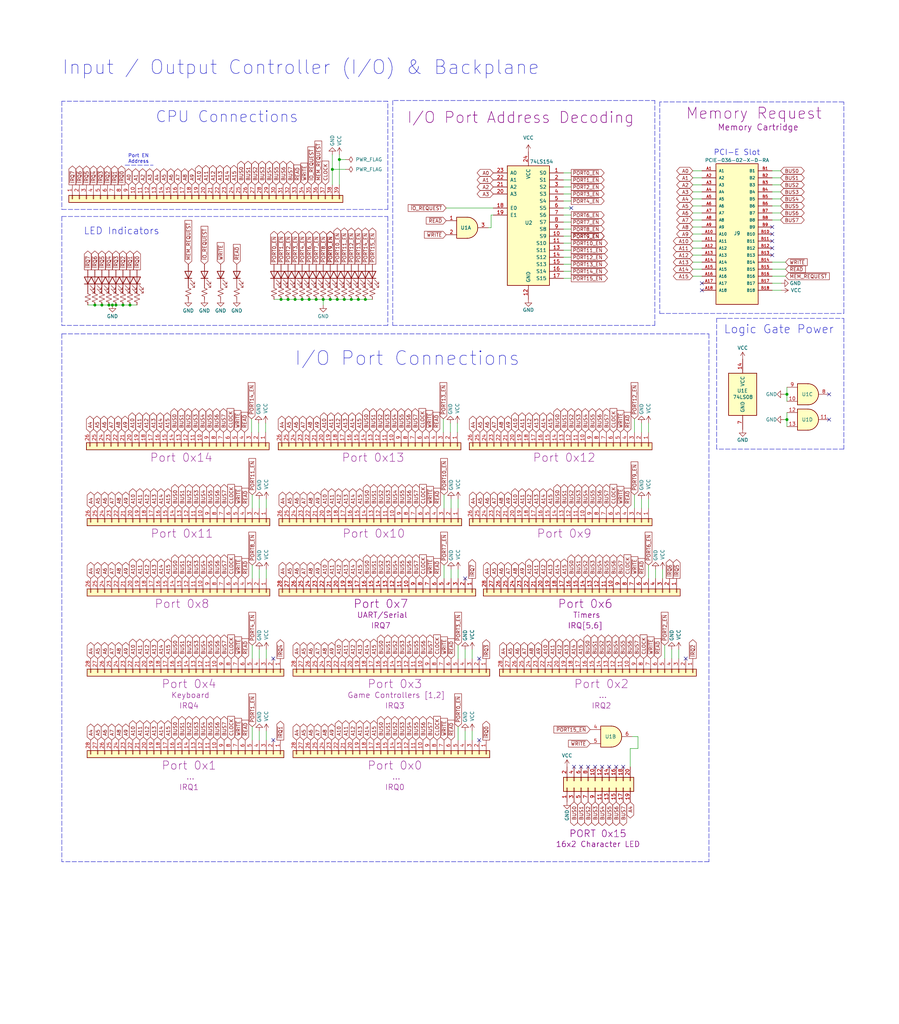
<source format=kicad_sch>
(kicad_sch (version 20211123) (generator eeschema)
  (paper "User" 324.993 370.002)
  (title_block (title "Input Output Controller (I/O)") (date "2022-02-10") (rev "v1") (company "theWickedWebDev/8-bit-computer"))
  (junction (at 39.37 110.236))
  (junction (at 36.83 110.236))
  (junction (at 284.48 151.638))
  (junction (at 34.29 110.236))
  (junction (at 122.682 57.658))
  (junction (at 111.76 108.204))
  (junction (at 106.68 108.204))
  (junction (at 284.48 142.494))
  (junction (at 119.38 108.204))
  (junction (at 104.14 108.204))
  (junction (at 101.6 108.204))
  (junction (at 121.92 108.204))
  (junction (at 124.46 108.204))
  (junction (at 114.3 108.204))
  (junction (at 120.142 61.214))
  (junction (at 44.45 110.236))
  (junction (at 132.08 108.204))
  (junction (at 109.22 108.204))
  (junction (at 46.99 110.236))
  (junction (at 127 108.204))
  (junction (at 129.54 108.204))
  (junction (at 41.91 110.236))
  (junction (at 116.84 108.204))
  (junction (at 40.64 110.236))
  (no_connect (at 279.146 84.582))
  (no_connect (at 279.146 89.662))
  (no_connect (at 217.678 277.114))
  (no_connect (at 279.146 82.042))
  (no_connect (at 206.502 75.184))
  (no_connect (at 212.598 277.114))
  (no_connect (at 253.746 102.362))
  (no_connect (at 299.72 142.494))
  (no_connect (at 279.146 92.202))
  (no_connect (at 207.518 277.114))
  (no_connect (at 220.218 277.114))
  (no_connect (at 215.138 277.114))
  (no_connect (at 98.806 267.462))
  (no_connect (at 98.806 237.998))
  (no_connect (at 225.298 277.114))
  (no_connect (at 299.72 151.638))
  (no_connect (at 173.228 237.998))
  (no_connect (at 247.904 237.998))
  (no_connect (at 253.746 104.902))
  (no_connect (at 210.058 277.114))
  (no_connect (at 168.148 209.042))
  (no_connect (at 222.758 277.114))
  (no_connect (at 173.228 267.462))
  (no_connect (at 279.146 87.122))
  (wire (pts (xy 240.284 233.172) (xy 240.284 237.998)))
  (polyline (pts (xy 259.08 115.062) (xy 260.858 115.062)))
  (polyline (pts (xy 238.506 36.83) (xy 238.506 113.284)))
  (wire (pts (xy 129.54 108.204) (xy 132.08 108.204)))
  (polyline (pts (xy 260.858 115.062) (xy 305.054 115.062)))
  (wire (pts (xy 250.444 76.962) (xy 253.746 76.962)))
  (polyline (pts (xy 22.352 120.65) (xy 22.352 311.404)))
  (polyline (pts (xy 22.352 75.692) (xy 140.208 75.692)))
  (wire (pts (xy 93.726 209.042) (xy 93.726 205.74)))
  (wire (pts (xy 168.148 267.462) (xy 168.148 264.16)))
  (polyline (pts (xy 266.7 36.83) (xy 305.054 36.83)))
  (wire (pts (xy 227.838 270.51) (xy 230.632 270.51)))
  (polyline (pts (xy 45.212 59.69) (xy 55.372 59.69)))
  (wire (pts (xy 36.83 110.236) (xy 39.37 110.236)))
  (wire (pts (xy 114.3 108.204) (xy 111.76 108.204)))
  (wire (pts (xy 93.726 237.998) (xy 93.726 234.696)))
  (wire (pts (xy 163.068 209.042) (xy 163.068 205.74)))
  (polyline (pts (xy 185.166 36.322) (xy 141.986 36.322)))
  (wire (pts (xy 122.682 57.658) (xy 122.682 66.802)))
  (wire (pts (xy 206.502 98.044) (xy 203.708 98.044)))
  (polyline (pts (xy 140.208 36.576) (xy 22.352 36.576)))
  (wire (pts (xy 229.362 151.384) (xy 229.362 156.21)))
  (wire (pts (xy 250.444 94.742) (xy 253.746 94.742)))
  (wire (pts (xy 122.682 55.88) (xy 122.682 57.658)))
  (wire (pts (xy 250.444 66.802) (xy 253.746 66.802)))
  (wire (pts (xy 206.502 95.504) (xy 203.708 95.504)))
  (wire (pts (xy 34.29 110.236) (xy 36.83 110.236)))
  (wire (pts (xy 284.48 149.098) (xy 284.48 151.638)))
  (wire (pts (xy 121.92 108.204) (xy 124.46 108.204)))
  (wire (pts (xy 206.502 62.484) (xy 203.708 62.484)))
  (wire (pts (xy 228.6 266.192) (xy 230.632 266.192)))
  (wire (pts (xy 250.444 99.822) (xy 253.746 99.822)))
  (wire (pts (xy 39.37 110.236) (xy 40.64 110.236)))
  (wire (pts (xy 283.464 151.638) (xy 284.48 151.638)))
  (wire (pts (xy 282.194 66.802) (xy 279.146 66.802)))
  (polyline (pts (xy 140.208 78.232) (xy 140.208 117.602)))
  (wire (pts (xy 120.142 55.88) (xy 120.142 61.214)))
  (wire (pts (xy 160.274 151.384) (xy 160.274 156.21)))
  (wire (pts (xy 132.08 108.204) (xy 134.62 108.204)))
  (wire (pts (xy 282.194 61.722) (xy 279.146 61.722)))
  (wire (pts (xy 96.266 209.042) (xy 96.266 205.74)))
  (polyline (pts (xy 305.054 113.284) (xy 305.054 36.83)))
  (wire (pts (xy 160.528 204.216) (xy 160.528 209.042)))
  (wire (pts (xy 284.48 151.638) (xy 284.48 154.178)))
  (wire (pts (xy 170.688 267.462) (xy 170.688 264.16)))
  (wire (pts (xy 91.186 178.816) (xy 91.186 183.642)))
  (wire (pts (xy 104.14 108.204) (xy 101.6 108.204)))
  (wire (pts (xy 116.84 108.204) (xy 114.3 108.204)))
  (wire (pts (xy 206.502 67.564) (xy 203.708 67.564)))
  (polyline (pts (xy 305.054 162.306) (xy 259.08 162.306)))
  (wire (pts (xy 91.186 204.216) (xy 91.186 209.042)))
  (wire (pts (xy 116.84 108.204) (xy 119.38 108.204)))
  (wire (pts (xy 250.444 79.502) (xy 253.746 79.502)))
  (wire (pts (xy 165.608 262.636) (xy 165.608 267.462)))
  (wire (pts (xy 31.75 110.236) (xy 34.29 110.236)))
  (wire (pts (xy 283.464 142.494) (xy 284.48 142.494)))
  (wire (pts (xy 282.194 71.882) (xy 279.146 71.882)))
  (polyline (pts (xy 256.286 120.65) (xy 256.286 311.404)))
  (wire (pts (xy 90.932 151.384) (xy 90.932 156.21)))
  (wire (pts (xy 162.814 156.21) (xy 162.814 152.908)))
  (wire (pts (xy 279.146 104.902) (xy 282.448 104.902)))
  (wire (pts (xy 124.46 108.204) (xy 127 108.204)))
  (wire (pts (xy 165.608 183.642) (xy 165.608 180.34)))
  (polyline (pts (xy 266.7 36.83) (xy 238.506 36.83)))
  (wire (pts (xy 245.364 237.998) (xy 245.364 234.696)))
  (wire (pts (xy 124.968 61.214) (xy 120.142 61.214)))
  (wire (pts (xy 160.528 178.816) (xy 160.528 183.642)))
  (wire (pts (xy 236.982 209.042) (xy 236.982 205.74)))
  (polyline (pts (xy 185.166 36.322) (xy 236.728 36.322)))
  (wire (pts (xy 177.546 82.296) (xy 177.546 77.724)))
  (polyline (pts (xy 141.986 36.322) (xy 141.986 117.602)))
  (polyline (pts (xy 22.352 78.232) (xy 22.352 117.602)))
  (polyline (pts (xy 140.208 75.692) (xy 140.208 36.576)))
  (wire (pts (xy 163.068 183.642) (xy 163.068 180.34)))
  (wire (pts (xy 283.972 97.282) (xy 279.146 97.282)))
  (wire (pts (xy 93.726 267.462) (xy 93.726 264.16)))
  (wire (pts (xy 91.186 262.636) (xy 91.186 267.462)))
  (wire (pts (xy 250.444 87.122) (xy 253.746 87.122)))
  (polyline (pts (xy 305.054 115.062) (xy 305.054 162.306)))
  (wire (pts (xy 176.53 82.296) (xy 177.546 82.296)))
  (wire (pts (xy 279.146 102.362) (xy 282.448 102.362)))
  (wire (pts (xy 227.838 270.51) (xy 227.838 277.114)))
  (wire (pts (xy 206.502 72.644) (xy 203.708 72.644)))
  (wire (pts (xy 96.266 237.998) (xy 96.266 234.696)))
  (wire (pts (xy 250.444 74.422) (xy 253.746 74.422)))
  (wire (pts (xy 44.45 110.236) (xy 46.99 110.236)))
  (wire (pts (xy 161.29 75.184) (xy 178.308 75.184)))
  (wire (pts (xy 177.546 77.724) (xy 178.308 77.724)))
  (wire (pts (xy 111.76 108.204) (xy 109.22 108.204)))
  (polyline (pts (xy 22.352 78.232) (xy 140.208 78.232)))
  (wire (pts (xy 282.194 74.422) (xy 279.146 74.422)))
  (wire (pts (xy 284.48 142.494) (xy 284.48 145.034)))
  (wire (pts (xy 206.502 92.964) (xy 203.708 92.964)))
  (polyline (pts (xy 22.352 36.576) (xy 22.352 75.692)))
  (wire (pts (xy 239.522 209.042) (xy 239.522 205.74)))
  (wire (pts (xy 168.148 237.998) (xy 168.148 234.696)))
  (polyline (pts (xy 140.208 117.602) (xy 22.352 117.602)))
  (wire (pts (xy 282.194 69.342) (xy 279.146 69.342)))
  (wire (pts (xy 206.502 70.104) (xy 203.708 70.104)))
  (wire (pts (xy 250.444 82.042) (xy 253.746 82.042)))
  (wire (pts (xy 40.64 110.236) (xy 41.91 110.236)))
  (wire (pts (xy 96.266 267.462) (xy 96.266 264.16)))
  (wire (pts (xy 46.99 110.236) (xy 49.53 110.236)))
  (wire (pts (xy 93.472 156.21) (xy 93.472 152.908)))
  (wire (pts (xy 119.38 108.204) (xy 121.92 108.204)))
  (wire (pts (xy 231.902 156.21) (xy 231.902 152.908)))
  (wire (pts (xy 282.194 64.262) (xy 279.146 64.262)))
  (wire (pts (xy 282.194 79.502) (xy 279.146 79.502)))
  (wire (pts (xy 91.186 233.172) (xy 91.186 237.998)))
  (wire (pts (xy 250.444 61.722) (xy 253.746 61.722)))
  (wire (pts (xy 165.608 209.042) (xy 165.608 205.74)))
  (wire (pts (xy 165.354 156.21) (xy 165.354 152.908)))
  (polyline (pts (xy 22.352 120.65) (xy 256.286 120.65)))
  (wire (pts (xy 206.502 90.424) (xy 203.708 90.424)))
  (wire (pts (xy 234.442 156.21) (xy 234.442 152.908)))
  (wire (pts (xy 93.726 183.642) (xy 93.726 180.34)))
  (wire (pts (xy 116.84 110.236) (xy 116.84 108.204)))
  (wire (pts (xy 206.502 82.804) (xy 203.708 82.804)))
  (polyline (pts (xy 236.728 117.602) (xy 236.728 36.322)))
  (wire (pts (xy 234.442 183.642) (xy 234.442 180.34)))
  (wire (pts (xy 206.502 65.024) (xy 203.708 65.024)))
  (wire (pts (xy 250.444 92.202) (xy 253.746 92.202)))
  (wire (pts (xy 124.968 57.658) (xy 122.682 57.658)))
  (polyline (pts (xy 259.08 162.306) (xy 259.08 115.062)))
  (polyline (pts (xy 238.506 113.284) (xy 305.054 113.284)))
  (wire (pts (xy 283.972 94.742) (xy 279.146 94.742)))
  (wire (pts (xy 229.362 178.816) (xy 229.362 183.642)))
  (wire (pts (xy 234.442 204.216) (xy 234.442 209.042)))
  (wire (pts (xy 101.6 108.204) (xy 99.06 108.204)))
  (wire (pts (xy 165.608 233.172) (xy 165.608 237.998)))
  (wire (pts (xy 242.824 237.998) (xy 242.824 234.696)))
  (wire (pts (xy 250.444 69.342) (xy 253.746 69.342)))
  (wire (pts (xy 231.902 183.642) (xy 231.902 180.34)))
  (wire (pts (xy 206.502 87.884) (xy 203.708 87.884)))
  (wire (pts (xy 120.142 61.214) (xy 120.142 66.802)))
  (wire (pts (xy 41.91 110.236) (xy 44.45 110.236)))
  (wire (pts (xy 250.444 89.662) (xy 253.746 89.662)))
  (wire (pts (xy 206.502 75.184) (xy 203.708 75.184)))
  (wire (pts (xy 250.444 97.282) (xy 253.746 97.282)))
  (wire (pts (xy 206.502 85.344) (xy 203.708 85.344)))
  (wire (pts (xy 206.502 77.724) (xy 203.708 77.724)))
  (wire (pts (xy 230.632 270.51) (xy 230.632 266.192)))
  (wire (pts (xy 250.444 84.582) (xy 253.746 84.582)))
  (wire (pts (xy 170.688 237.998) (xy 170.688 234.696)))
  (wire (pts (xy 206.502 80.264) (xy 203.708 80.264)))
  (polyline (pts (xy 256.286 311.404) (xy 22.352 311.404)))
  (wire (pts (xy 109.22 108.204) (xy 106.68 108.204)))
  (wire (pts (xy 206.502 100.584) (xy 203.708 100.584)))
  (wire (pts (xy 283.972 99.822) (xy 279.146 99.822)))
  (wire (pts (xy 250.444 71.882) (xy 253.746 71.882)))
  (polyline (pts (xy 141.986 117.602) (xy 236.728 117.602)))
  (wire (pts (xy 284.48 139.954) (xy 284.48 142.494)))
  (wire (pts (xy 282.194 76.962) (xy 279.146 76.962)))
  (wire (pts (xy 127 108.204) (xy 129.54 108.204)))
  (wire (pts (xy 96.012 156.21) (xy 96.012 152.908)))
  (wire (pts (xy 106.68 108.204) (xy 104.14 108.204)))
  (wire (pts (xy 96.266 183.642) (xy 96.266 180.34)))
  (wire (pts (xy 250.444 64.262) (xy 253.746 64.262)))
  (text "CPU Connections" (at 56.134 44.704 0) (effects (font (size 4 4)) (justify left bottom)))
  (text "Logic Gate Power" (at 261.62 120.904 0) (effects (font (size 3 3)) (justify left bottom)))
  (text "Input / Output Controller (I/O) & Backplane" (at 22.352 27.432 0) (effects (font (size 5 5)) (justify left bottom)))
  (text "PCI-E Slot" (at 274.828 56.388 180) (effects (font (size 2 2)) (justify right bottom)))
  (text "Port EN\nAddress" (at 53.848 59.182 180) (effects (font (size 1.27 1.27)) (justify right bottom)))
  (text "LED Indicators" (at 30.226 85.09 0) (effects (font (size 2.5 2.5)) (justify left bottom)))
  (text "I/O Port Connections" (at 106.426 132.588 0) (effects (font (size 5 5)) (justify left bottom)))
  (global_label "A4" (shape tri_state) (at 107.188 237.998 90) (property "Intersheet References" "${INTERSHEET_REFS}" (effects hide)))
  (global_label "A15" (shape tri_state) (at 129.794 156.21 90) (property "Intersheet References" "${INTERSHEET_REFS}" (effects hide)))
  (global_label "A12" (shape tri_state) (at 196.342 209.042 90) (property "Intersheet References" "${INTERSHEET_REFS}" (effects hide)))
  (global_label "A4" (shape tri_state) (at 32.766 237.998 90) (property "Intersheet References" "${INTERSHEET_REFS}" (effects hide)))
  (global_label "A6" (shape tri_state) (at 176.022 183.642 90) (property "Intersheet References" "${INTERSHEET_REFS}" (effects hide)))
  (global_label "A7" (shape tri_state) (at 40.132 156.21 90) (property "Intersheet References" "${INTERSHEET_REFS}" (effects hide)))
  (global_label "BUS0" (shape tri_state) (at 63.246 237.998 90) (property "Intersheet References" "${INTERSHEET_REFS}" (effects hide)))
  (global_label "CLOCK" (shape input) (at 83.566 237.998 90) (property "Intersheet References" "${INTERSHEET_REFS}" (effects hide)))
  (global_label "A9" (shape tri_state) (at 114.554 156.21 90) (property "Intersheet References" "${INTERSHEET_REFS}" (effects hide)))
  (global_label "~{READ}" (shape input) (at 85.598 95.504 90) (property "Intersheet References" "${INTERSHEET_REFS}" (effects hide)))
  (global_label "A0" (shape tri_state) (at 178.308 62.484 180) (property "Intersheet References" "${INTERSHEET_REFS}" (effects hide)))
  (global_label "A12" (shape tri_state) (at 202.184 237.998 90) (property "Intersheet References" "${INTERSHEET_REFS}" (effects hide)))
  (global_label "~{WRITE}" (shape input) (at 86.106 267.462 90) (property "Intersheet References" "${INTERSHEET_REFS}" (effects hide)))
  (global_label "~{PORT9_EN}" (shape output) (at 119.38 95.504 90) (property "Intersheet References" "${INTERSHEET_REFS}" (effects hide)))
  (global_label "BUS3" (shape tri_state) (at 70.866 237.998 90) (property "Intersheet References" "${INTERSHEET_REFS}" (effects hide)))
  (global_label "A10" (shape tri_state) (at 250.444 87.122 180) (property "Intersheet References" "${INTERSHEET_REFS}" (effects hide)))
  (global_label "BUS0" (shape tri_state) (at 137.668 237.998 90) (property "Intersheet References" "${INTERSHEET_REFS}" (effects hide)))
  (global_label "A7" (shape tri_state) (at 40.386 237.998 90) (property "Intersheet References" "${INTERSHEET_REFS}" (effects hide)))
  (global_label "BUS5" (shape tri_state) (at 145.288 183.642 90) (property "Intersheet References" "${INTERSHEET_REFS}" (effects hide)))
  (global_label "A2" (shape tri_state) (at 51.562 66.802 90) (property "Intersheet References" "${INTERSHEET_REFS}" (effects hide)))
  (global_label "CLOCK" (shape input) (at 83.566 209.042 90) (property "Intersheet References" "${INTERSHEET_REFS}" (effects hide)))
  (global_label "A8" (shape tri_state) (at 66.802 66.802 90) (property "Intersheet References" "${INTERSHEET_REFS}" (effects hide)))
  (global_label "BUS5" (shape tri_state) (at 75.946 209.042 90) (property "Intersheet References" "${INTERSHEET_REFS}" (effects hide)))
  (global_label "A15" (shape tri_state) (at 60.706 267.462 90) (property "Intersheet References" "${INTERSHEET_REFS}" (effects hide)))
  (global_label "A11" (shape tri_state) (at 119.888 183.642 90) (property "Intersheet References" "${INTERSHEET_REFS}" (effects hide)))
  (global_label "BUS3" (shape tri_state) (at 219.964 237.998 90) (property "Intersheet References" "${INTERSHEET_REFS}" (effects hide)))
  (global_label "BUS7" (shape tri_state) (at 81.026 267.462 90) (property "Intersheet References" "${INTERSHEET_REFS}" (effects hide)))
  (global_label "A6" (shape tri_state) (at 61.722 66.802 90) (property "Intersheet References" "${INTERSHEET_REFS}" (effects hide)))
  (global_label "~{PORT7_EN}" (shape output) (at 114.3 95.504 90) (property "Intersheet References" "${INTERSHEET_REFS}" (effects hide)))
  (global_label "A4" (shape tri_state) (at 101.854 156.21 90) (property "Intersheet References" "${INTERSHEET_REFS}" (effects hide)))
  (global_label "BUS1" (shape tri_state) (at 214.884 237.998 90) (property "Intersheet References" "${INTERSHEET_REFS}" (effects hide)))
  (global_label "BUS2" (shape tri_state) (at 282.194 66.802 0) (property "Intersheet References" "${INTERSHEET_REFS}" (effects hide)))
  (global_label "A7" (shape tri_state) (at 109.474 156.21 90) (property "Intersheet References" "${INTERSHEET_REFS}" (effects hide)))
  (global_label "A6" (shape tri_state) (at 181.102 209.042 90) (property "Intersheet References" "${INTERSHEET_REFS}" (effects hide)))
  (global_label "A11" (shape tri_state) (at 50.546 237.998 90) (property "Intersheet References" "${INTERSHEET_REFS}" (effects hide)))
  (global_label "~{PORT2_EN}" (shape output) (at 206.502 67.564 0) (property "Intersheet References" "${INTERSHEET_REFS}" (effects hide)))
  (global_label "~{PORT13_EN}" (shape input) (at 160.274 151.384 90) (property "Intersheet References" "${INTERSHEET_REFS}" (effects hide)))
  (global_label "BUS7" (shape tri_state) (at 224.282 209.042 90) (property "Intersheet References" "${INTERSHEET_REFS}" (effects hide)))
  (global_label "A15" (shape tri_state) (at 60.706 209.042 90) (property "Intersheet References" "${INTERSHEET_REFS}" (effects hide)))
  (global_label "BUS7" (shape tri_state) (at 104.902 66.802 90) (property "Intersheet References" "${INTERSHEET_REFS}" (effects hide)))
  (global_label "BUS6" (shape tri_state) (at 102.362 66.802 90) (property "Intersheet References" "${INTERSHEET_REFS}" (effects hide)))
  (global_label "~{PORT14_EN}" (shape input) (at 90.932 151.384 90) (property "Intersheet References" "${INTERSHEET_REFS}" (effects hide)))
  (global_label "~{WRITE}" (shape input) (at 160.528 267.462 90) (property "Intersheet References" "${INTERSHEET_REFS}" (effects hide)))
  (global_label "BUS6" (shape tri_state) (at 147.828 209.042 90) (property "Intersheet References" "${INTERSHEET_REFS}" (effects hide)))
  (global_label "~{PORT0_EN}" (shape output) (at 206.502 62.484 0) (property "Intersheet References" "${INTERSHEET_REFS}" (effects hide)))
  (global_label "BUS5" (shape tri_state) (at 75.692 156.21 90) (property "Intersheet References" "${INTERSHEET_REFS}" (effects hide)))
  (global_label "~{WRITE}" (shape input) (at 229.362 209.042 90) (property "Intersheet References" "${INTERSHEET_REFS}" (effects hide)))
  (global_label "BUS1" (shape tri_state) (at 209.042 209.042 90) (property "Intersheet References" "${INTERSHEET_REFS}" (effects hide)))
  (global_label "BUS2" (shape tri_state) (at 206.502 156.21 90) (property "Intersheet References" "${INTERSHEET_REFS}" (effects hide)))
  (global_label "~{PORT3_EN}" (shape output) (at 206.502 70.104 0) (property "Intersheet References" "${INTERSHEET_REFS}" (effects hide)))
  (global_label "BUS1" (shape tri_state) (at 134.874 156.21 90) (property "Intersheet References" "${INTERSHEET_REFS}" (effects hide)))
  (global_label "A9" (shape tri_state) (at 194.564 237.998 90) (property "Intersheet References" "${INTERSHEET_REFS}" (effects hide)))
  (global_label "~{READ}" (shape input) (at 237.744 237.998 90) (property "Intersheet References" "${INTERSHEET_REFS}" (effects hide)))
  (global_label "A3" (shape tri_state) (at 178.308 70.104 180) (property "Intersheet References" "${INTERSHEET_REFS}" (effects hide)))
  (global_label "BUS4" (shape tri_state) (at 222.504 237.998 90) (property "Intersheet References" "${INTERSHEET_REFS}" (effects hide)))
  (global_label "A13" (shape tri_state) (at 55.626 209.042 90) (property "Intersheet References" "${INTERSHEET_REFS}" (effects hide)))
  (global_label "~{IRQ1}" (shape output) (at 101.346 267.462 90) (property "Intersheet References" "${INTERSHEET_REFS}" (effects hide)))
  (global_label "A9" (shape tri_state) (at 69.342 66.802 90) (property "Intersheet References" "${INTERSHEET_REFS}" (effects hide)))
  (global_label "BUS5" (shape tri_state) (at 145.288 209.042 90) (property "Intersheet References" "${INTERSHEET_REFS}" (effects hide)))
  (global_label "A10" (shape tri_state) (at 48.006 209.042 90) (property "Intersheet References" "${INTERSHEET_REFS}" (effects hide)))
  (global_label "CLOCK" (shape input) (at 232.664 237.998 90) (property "Intersheet References" "${INTERSHEET_REFS}" (effects hide)))
  (global_label "A8" (shape tri_state) (at 42.926 209.042 90) (property "Intersheet References" "${INTERSHEET_REFS}" (effects hide)))
  (global_label "A8" (shape tri_state) (at 117.348 237.998 90) (property "Intersheet References" "${INTERSHEET_REFS}" (effects hide)))
  (global_label "BUS1" (shape tri_state) (at 65.786 209.042 90) (property "Intersheet References" "${INTERSHEET_REFS}" (effects hide)))
  (global_label "~{PORT0_EN}" (shape input) (at 165.608 262.636 90) (property "Intersheet References" "${INTERSHEET_REFS}" (effects hide)))
  (global_label "BUS7" (shape tri_state) (at 155.448 267.462 90) (property "Intersheet References" "${INTERSHEET_REFS}" (effects hide)))
  (global_label "A14" (shape tri_state) (at 207.264 237.998 90) (property "Intersheet References" "${INTERSHEET_REFS}" (effects hide)))
  (global_label "A13" (shape tri_state) (at 124.968 183.642 90) (property "Intersheet References" "${INTERSHEET_REFS}" (effects hide)))
  (global_label "A5" (shape tri_state) (at 104.394 156.21 90) (property "Intersheet References" "${INTERSHEET_REFS}" (effects hide)))
  (global_label "BUS6" (shape tri_state) (at 78.486 183.642 90) (property "Intersheet References" "${INTERSHEET_REFS}" (effects hide)))
  (global_label "BUS1" (shape tri_state) (at 203.962 156.21 90) (property "Intersheet References" "${INTERSHEET_REFS}" (effects hide)))
  (global_label "A5" (shape tri_state) (at 178.562 209.042 90) (property "Intersheet References" "${INTERSHEET_REFS}" (effects hide)))
  (global_label "CLOCK" (shape input) (at 117.602 66.802 90) (property "Intersheet References" "${INTERSHEET_REFS}" (effects hide)))
  (global_label "A8" (shape tri_state) (at 112.268 183.642 90) (property "Intersheet References" "${INTERSHEET_REFS}" (effects hide)))
  (global_label "A7" (shape tri_state) (at 183.642 209.042 90) (property "Intersheet References" "${INTERSHEET_REFS}" (effects hide)))
  (global_label "A5" (shape tri_state) (at 109.728 267.462 90) (property "Intersheet References" "${INTERSHEET_REFS}" (effects hide)))
  (global_label "A11" (shape tri_state) (at 74.422 66.802 90) (property "Intersheet References" "${INTERSHEET_REFS}" (effects hide)))
  (global_label "A8" (shape tri_state) (at 117.348 267.462 90) (property "Intersheet References" "${INTERSHEET_REFS}" (effects hide)))
  (global_label "BUS2" (shape tri_state) (at 211.582 209.042 90) (property "Intersheet References" "${INTERSHEET_REFS}" (effects hide)))
  (global_label "BUS1" (shape tri_state) (at 140.208 237.998 90) (property "Intersheet References" "${INTERSHEET_REFS}" (effects hide)))
  (global_label "A14" (shape tri_state) (at 201.422 209.042 90) (property "Intersheet References" "${INTERSHEET_REFS}" (effects hide)))
  (global_label "A10" (shape tri_state) (at 48.006 267.462 90) (property "Intersheet References" "${INTERSHEET_REFS}" (effects hide)))
  (global_label "BUS5" (shape tri_state) (at 150.368 237.998 90) (property "Intersheet References" "${INTERSHEET_REFS}" (effects hide)))
  (global_label "~{READ}" (shape input) (at 157.988 209.042 90) (property "Intersheet References" "${INTERSHEET_REFS}" (effects hide)))
  (global_label "BUS2" (shape tri_state) (at 137.414 156.21 90) (property "Intersheet References" "${INTERSHEET_REFS}" (effects hide)))
  (global_label "A8" (shape tri_state) (at 250.444 82.042 180) (property "Intersheet References" "${INTERSHEET_REFS}" (effects hide)))
  (global_label "A1" (shape tri_state) (at 250.444 64.262 180) (property "Intersheet References" "${INTERSHEET_REFS}" (effects hide)))
  (global_label "BUS3" (shape tri_state) (at 140.208 183.642 90) (property "Intersheet References" "${INTERSHEET_REFS}" (effects hide)))
  (global_label "BUS1" (shape tri_state) (at 140.208 267.462 90) (property "Intersheet References" "${INTERSHEET_REFS}" (effects hide)))
  (global_label "BUS2" (shape tri_state) (at 142.748 267.462 90) (property "Intersheet References" "${INTERSHEET_REFS}" (effects hide)))
  (global_label "BUS2" (shape tri_state) (at 68.326 267.462 90) (property "Intersheet References" "${INTERSHEET_REFS}" (effects hide)))
  (global_label "A13" (shape tri_state) (at 79.502 66.802 90) (property "Intersheet References" "${INTERSHEET_REFS}" (effects hide)))
  (global_label "BUS6" (shape tri_state) (at 221.742 209.042 90) (property "Intersheet References" "${INTERSHEET_REFS}" (effects hide)))
  (global_label "CLOCK" (shape input) (at 83.566 183.642 90) (property "Intersheet References" "${INTERSHEET_REFS}" (effects hide)))
  (global_label "BUS7" (shape tri_state) (at 80.772 156.21 90) (property "Intersheet References" "${INTERSHEET_REFS}" (effects hide)))
  (global_label "~{READ}" (shape input) (at 157.988 183.642 90) (property "Intersheet References" "${INTERSHEET_REFS}" (effects hide)))
  (global_label "A1" (shape tri_state) (at 178.308 65.024 180) (property "Intersheet References" "${INTERSHEET_REFS}" (effects hide)))
  (global_label "A5" (shape tri_state) (at 250.444 74.422 180) (property "Intersheet References" "${INTERSHEET_REFS}" (effects hide)))
  (global_label "A6" (shape tri_state) (at 250.444 76.962 180) (property "Intersheet References" "${INTERSHEET_REFS}" (effects hide)))
  (global_label "BUS5" (shape tri_state) (at 75.946 237.998 90) (property "Intersheet References" "${INTERSHEET_REFS}" (effects hide)))
  (global_label "BUS7" (shape tri_state) (at 81.026 209.042 90) (property "Intersheet References" "${INTERSHEET_REFS}" (effects hide)))
  (global_label "A6" (shape tri_state) (at 37.846 267.462 90) (property "Intersheet References" "${INTERSHEET_REFS}" (effects hide)))
  (global_label "~{READ}" (shape input) (at 226.822 183.642 90) (property "Intersheet References" "${INTERSHEET_REFS}" (effects hide)))
  (global_label "A8" (shape tri_state) (at 112.014 156.21 90) (property "Intersheet References" "${INTERSHEET_REFS}" (effects hide)))
  (global_label "A6" (shape tri_state) (at 37.846 237.998 90) (property "Intersheet References" "${INTERSHEET_REFS}" (effects hide)))
  (global_label "~{MEM_REQUEST}" (shape input) (at 283.972 99.822 0) (property "Intersheet References" "${INTERSHEET_REFS}" (effects hide)))
  (global_label "BUS6" (shape tri_state) (at 222.758 289.814 270) (property "Intersheet References" "${INTERSHEET_REFS}" (effects hide)))
  (global_label "~{IO_REQUEST}" (shape input) (at 73.914 95.504 90) (property "Intersheet References" "${INTERSHEET_REFS}" (effects hide)))
  (global_label "~{PORT7_EN}" (shape output) (at 206.502 80.264 0) (property "Intersheet References" "${INTERSHEET_REFS}" (effects hide)))
  (global_label "BUS0" (shape tri_state) (at 201.422 183.642 90) (property "Intersheet References" "${INTERSHEET_REFS}" (effects hide)))
  (global_label "A15" (shape tri_state) (at 198.882 156.21 90) (property "Intersheet References" "${INTERSHEET_REFS}" (effects hide)))
  (global_label "A12" (shape tri_state) (at 127.508 237.998 90) (property "Intersheet References" "${INTERSHEET_REFS}" (effects hide)))
  (global_label "A7" (shape tri_state) (at 178.562 183.642 90) (property "Intersheet References" "${INTERSHEET_REFS}" (effects hide)))
  (global_label "A5" (shape tri_state) (at 35.306 237.998 90) (property "Intersheet References" "${INTERSHEET_REFS}" (effects hide)))
  (global_label "A6" (shape tri_state) (at 37.846 209.042 90) (property "Intersheet References" "${INTERSHEET_REFS}" (effects hide)))
  (global_label "A12" (shape tri_state) (at 191.262 156.21 90) (property "Intersheet References" "${INTERSHEET_REFS}" (effects hide)))
  (global_label "BUS2" (shape tri_state) (at 137.668 209.042 90) (property "Intersheet References" "${INTERSHEET_REFS}" (effects hide)))
  (global_label "~{PORT13_EN}" (shape output) (at 129.54 95.504 90) (property "Intersheet References" "${INTERSHEET_REFS}" (effects hide)))
  (global_label "BUS2" (shape tri_state) (at 206.502 183.642 90) (property "Intersheet References" "${INTERSHEET_REFS}" (effects hide)))
  (global_label "A4" (shape tri_state) (at 32.766 183.642 90) (property "Intersheet References" "${INTERSHEET_REFS}" (effects hide)))
  (global_label "~{PORT15_EN}" (shape output) (at 206.502 100.584 0) (property "Intersheet References" "${INTERSHEET_REFS}" (effects hide)))
  (global_label "A15" (shape tri_state) (at 60.706 237.998 90) (property "Intersheet References" "${INTERSHEET_REFS}" (effects hide)))
  (global_label "A13" (shape tri_state) (at 250.444 94.742 180) (property "Intersheet References" "${INTERSHEET_REFS}" (effects hide)))
  (global_label "A12" (shape tri_state) (at 191.262 183.642 90) (property "Intersheet References" "${INTERSHEET_REFS}" (effects hide)))
  (global_label "BUS1" (shape tri_state) (at 65.786 267.462 90) (property "Intersheet References" "${INTERSHEET_REFS}" (effects hide)))
  (global_label "A3" (shape tri_state) (at 54.102 66.802 90) (property "Intersheet References" "${INTERSHEET_REFS}" (effects hide)))
  (global_label "~{IO_REQUEST}" (shape input) (at 161.29 75.184 180) (property "Intersheet References" "${INTERSHEET_REFS}" (effects hide)))
  (global_label "~{READ}" (shape input) (at 107.442 66.802 90) (property "Intersheet References" "${INTERSHEET_REFS}" (effects hide)))
  (global_label "~{PORT11_EN}" (shape input) (at 91.186 178.816 90) (property "Intersheet References" "${INTERSHEET_REFS}" (effects hide)))
  (global_label "BUS2" (shape tri_state) (at 68.326 209.042 90) (property "Intersheet References" "${INTERSHEET_REFS}" (effects hide)))
  (global_label "BUS6" (shape tri_state) (at 227.584 237.998 90) (property "Intersheet References" "${INTERSHEET_REFS}" (effects hide)))
  (global_label "A14" (shape tri_state) (at 132.588 267.462 90) (property "Intersheet References" "${INTERSHEET_REFS}" (effects hide)))
  (global_label "A11" (shape tri_state) (at 124.968 237.998 90) (property "Intersheet References" "${INTERSHEET_REFS}" (effects hide)))
  (global_label "A15" (shape tri_state) (at 203.962 209.042 90) (property "Intersheet References" "${INTERSHEET_REFS}" (effects hide)))
  (global_label "A10" (shape tri_state) (at 186.182 183.642 90) (property "Intersheet References" "${INTERSHEET_REFS}" (effects hide)))
  (global_label "~{WRITE}" (shape input) (at 85.852 156.21 90) (property "Intersheet References" "${INTERSHEET_REFS}" (effects hide)))
  (global_label "A9" (shape tri_state) (at 114.808 183.642 90) (property "Intersheet References" "${INTERSHEET_REFS}" (effects hide)))
  (global_label "A7" (shape tri_state) (at 40.386 267.462 90) (property "Intersheet References" "${INTERSHEET_REFS}" (effects hide)))
  (global_label "~{WRITE}" (shape input) (at 224.282 183.642 90) (property "Intersheet References" "${INTERSHEET_REFS}" (effects hide)))
  (global_label "~{IRQ0}" (shape output) (at 49.53 97.536 90) (property "Intersheet References" "${INTERSHEET_REFS}" (effects hide)))
  (global_label "A15" (shape tri_state) (at 60.452 156.21 90) (property "Intersheet References" "${INTERSHEET_REFS}" (effects hide)))
  (global_label "A9" (shape tri_state) (at 250.444 84.582 180) (property "Intersheet References" "${INTERSHEET_REFS}" (effects hide)))
  (global_label "A11" (shape tri_state) (at 188.722 156.21 90) (property "Intersheet References" "${INTERSHEET_REFS}" (effects hide)))
  (global_label "~{PORT9_EN}" (shape output) (at 119.38 95.504 90) (property "Intersheet References" "${INTERSHEET_REFS}" (effects hide)))
  (global_label "BUS4" (shape tri_state) (at 282.194 71.882 0) (property "Intersheet References" "${INTERSHEET_REFS}" (effects hide)))
  (global_label "~{PORT7_EN}" (shape input) (at 160.528 204.216 90) (property "Intersheet References" "${INTERSHEET_REFS}" (effects hide)))
  (global_label "BUS2" (shape tri_state) (at 142.748 237.998 90) (property "Intersheet References" "${INTERSHEET_REFS}" (effects hide)))
  (global_label "~{IRQ2}" (shape output) (at 38.862 66.802 90) (property "Intersheet References" "${INTERSHEET_REFS}" (effects hide)))
  (global_label "~{IRQ5}" (shape output) (at 31.242 66.802 90) (property "Intersheet References" "${INTERSHEET_REFS}" (effects hide)))
  (global_label "A15" (shape tri_state) (at 60.706 183.642 90) (property "Intersheet References" "${INTERSHEET_REFS}" (effects hide)))
  (global_label "~{PORT4_EN}" (shape input) (at 91.186 233.172 90) (property "Intersheet References" "${INTERSHEET_REFS}" (effects hide)))
  (global_label "BUS6" (shape tri_state) (at 78.486 209.042 90) (property "Intersheet References" "${INTERSHEET_REFS}" (effects hide)))
  (global_label "A12" (shape tri_state) (at 76.962 66.802 90) (property "Intersheet References" "${INTERSHEET_REFS}" (effects hide)))
  (global_label "A15" (shape tri_state) (at 198.882 183.642 90) (property "Intersheet References" "${INTERSHEET_REFS}" (effects hide)))
  (global_label "~{PORT8_EN}" (shape output) (at 206.502 82.804 0) (property "Intersheet References" "${INTERSHEET_REFS}" (effects hide)))
  (global_label "A7" (shape tri_state) (at 178.562 156.21 90) (property "Intersheet References" "${INTERSHEET_REFS}" (effects hide)))
  (global_label "BUS6" (shape tri_state) (at 78.232 156.21 90) (property "Intersheet References" "${INTERSHEET_REFS}" (effects hide)))
  (global_label "BUS4" (shape tri_state) (at 142.494 156.21 90) (property "Intersheet References" "${INTERSHEET_REFS}" (effects hide)))
  (global_label "BUS5" (shape tri_state) (at 99.822 66.802 90) (property "Intersheet References" "${INTERSHEET_REFS}" (effects hide)))
  (global_label "A4" (shape tri_state) (at 227.838 289.814 270) (property "Intersheet References" "${INTERSHEET_REFS}" (effects hide)))
  (global_label "BUS7" (shape tri_state) (at 282.194 79.502 0) (property "Intersheet References" "${INTERSHEET_REFS}" (effects hide)))
  (global_label "A15" (shape tri_state) (at 84.582 66.802 90) (property "Intersheet References" "${INTERSHEET_REFS}" (effects hide)))
  (global_label "BUS4" (shape tri_state) (at 142.748 209.042 90) (property "Intersheet References" "${INTERSHEET_REFS}" (effects hide)))
  (global_label "A12" (shape tri_state) (at 122.174 156.21 90) (property "Intersheet References" "${INTERSHEET_REFS}" (effects hide)))
  (global_label "A14" (shape tri_state) (at 127.508 183.642 90) (property "Intersheet References" "${INTERSHEET_REFS}" (effects hide)))
  (global_label "BUS4" (shape tri_state) (at 73.406 267.462 90) (property "Intersheet References" "${INTERSHEET_REFS}" (effects hide)))
  (global_label "A7" (shape tri_state) (at 40.386 183.642 90) (property "Intersheet References" "${INTERSHEET_REFS}" (effects hide)))
  (global_label "~{IRQ0}" (shape output) (at 175.768 267.462 90) (property "Intersheet References" "${INTERSHEET_REFS}" (effects hide)))
  (global_label "A7" (shape tri_state) (at 114.808 267.462 90) (property "Intersheet References" "${INTERSHEET_REFS}" (effects hide)))
  (global_label "A8" (shape tri_state) (at 42.672 156.21 90) (property "Intersheet References" "${INTERSHEET_REFS}" (effects hide)))
  (global_label "BUS6" (shape tri_state) (at 147.828 183.642 90) (property "Intersheet References" "${INTERSHEET_REFS}" (effects hide)))
  (global_label "A4" (shape tri_state) (at 170.942 156.21 90) (property "Intersheet References" "${INTERSHEET_REFS}" (effects hide)))
  (global_label "CLOCK" (shape input) (at 226.822 209.042 90) (property "Intersheet References" "${INTERSHEET_REFS}" (effects hide)))
  (global_label "~{IRQ5}" (shape output) (at 244.602 209.042 90) (property "Intersheet References" "${INTERSHEET_REFS}" (effects hide)))
  (global_label "A7" (shape tri_state) (at 109.728 209.042 90) (property "Intersheet References" "${INTERSHEET_REFS}" (effects hide)))
  (global_label "~{PORT3_EN}" (shape input) (at 165.608 233.172 90) (property "Intersheet References" "${INTERSHEET_REFS}" (effects hide)))
  (global_label "A4" (shape tri_state) (at 56.642 66.802 90) (property "Intersheet References" "${INTERSHEET_REFS}" (effects hide)))
  (global_label "~{PORT10_EN}" (shape output) (at 206.502 87.884 0) (property "Intersheet References" "${INTERSHEET_REFS}" (effects hide)))
  (global_label "A9" (shape tri_state) (at 45.466 209.042 90) (property "Intersheet References" "${INTERSHEET_REFS}" (effects hide)))
  (global_label "~{IRQ4}" (shape output) (at 33.782 66.802 90) (property "Intersheet References" "${INTERSHEET_REFS}" (effects hide)))
  (global_label "A7" (shape tri_state) (at 114.808 237.998 90) (property "Intersheet References" "${INTERSHEET_REFS}" (effects hide)))
  (global_label "A14" (shape tri_state) (at 196.342 156.21 90) (property "Intersheet References" "${INTERSHEET_REFS}" (effects hide)))
  (global_label "A4" (shape tri_state) (at 181.864 237.998 90) (property "Intersheet References" "${INTERSHEET_REFS}" (effects hide)))
  (global_label "A6" (shape tri_state) (at 186.944 237.998 90) (property "Intersheet References" "${INTERSHEET_REFS}" (effects hide)))
  (global_label "BUS4" (shape tri_state) (at 73.406 183.642 90) (property "Intersheet References" "${INTERSHEET_REFS}" (effects hide)))
  (global_label "CLOCK" (shape input) (at 221.742 156.21 90) (property "Intersheet References" "${INTERSHEET_REFS}" (effects hide)))
  (global_label "~{PORT14_EN}" (shape output) (at 132.08 95.504 90) (property "Intersheet References" "${INTERSHEET_REFS}" (effects hide)))
  (global_label "A4" (shape tri_state) (at 176.022 209.042 90) (property "Intersheet References" "${INTERSHEET_REFS}" (effects hide)))
  (global_label "BUS2" (shape tri_state) (at 68.326 183.642 90) (property "Intersheet References" "${INTERSHEET_REFS}" (effects hide)))
  (global_label "A13" (shape tri_state) (at 193.802 156.21 90) (property "Intersheet References" "${INTERSHEET_REFS}" (effects hide)))
  (global_label "~{IRQ7}" (shape output) (at 26.162 66.802 90) (property "Intersheet References" "${INTERSHEET_REFS}" (effects hide)))
  (global_label "~{READ}" (shape input) (at 88.646 209.042 90) (property "Intersheet References" "${INTERSHEET_REFS}" (effects hide)))
  (global_label "A15" (shape tri_state) (at 135.128 237.998 90) (property "Intersheet References" "${INTERSHEET_REFS}" (effects hide)))
  (global_label "A11" (shape tri_state) (at 50.292 156.21 90) (property "Intersheet References" "${INTERSHEET_REFS}" (effects hide)))
  (global_label "A12" (shape tri_state) (at 53.086 183.642 90) (property "Intersheet References" "${INTERSHEET_REFS}" (effects hide)))
  (global_label "BUS1" (shape tri_state) (at 65.786 237.998 90) (property "Intersheet References" "${INTERSHEET_REFS}" (effects hide)))
  (global_label "A14" (shape tri_state) (at 196.342 183.642 90) (property "Intersheet References" "${INTERSHEET_REFS}" (effects hide)))
  (global_label "CLOCK" (shape input) (at 152.908 209.042 90) (property "Intersheet References" "${INTERSHEET_REFS}" (effects hide)))
  (global_label "~{WRITE}" (shape input) (at 283.972 94.742 0) (property "Intersheet References" "${INTERSHEET_REFS}" (effects hide)))
  (global_label "A4" (shape tri_state) (at 102.108 209.042 90) (property "Intersheet References" "${INTERSHEET_REFS}" (effects hide)))
  (global_label "BUS4" (shape tri_state) (at 147.828 237.998 90) (property "Intersheet References" "${INTERSHEET_REFS}" (effects hide)))
  (global_label "BUS7" (shape tri_state) (at 219.202 156.21 90) (property "Intersheet References" "${INTERSHEET_REFS}" (effects hide)))
  (global_label "~{IRQ7}" (shape output) (at 170.688 209.042 90) (property "Intersheet References" "${INTERSHEET_REFS}" (effects hide)))
  (global_label "~{MEM_REQUEST}" (shape input) (at 115.062 66.802 90) (property "Intersheet References" "${INTERSHEET_REFS}" (effects hide)))
  (global_label "BUS7" (shape tri_state) (at 225.298 289.814 270) (property "Intersheet References" "${INTERSHEET_REFS}" (effects hide)))
  (global_label "~{READ}" (shape input) (at 157.734 156.21 90) (property "Intersheet References" "${INTERSHEET_REFS}" (effects hide)))
  (global_label "A13" (shape tri_state) (at 193.802 183.642 90) (property "Intersheet References" "${INTERSHEET_REFS}" (effects hide)))
  (global_label "A15" (shape tri_state) (at 250.444 99.822 180) (property "Intersheet References" "${INTERSHEET_REFS}" (effects hide)))
  (global_label "A13" (shape tri_state) (at 124.968 209.042 90) (property "Intersheet References" "${INTERSHEET_REFS}" (effects hide)))
  (global_label "A15" (shape tri_state) (at 130.048 209.042 90) (property "Intersheet References" "${INTERSHEET_REFS}" (effects hide)))
  (global_label "A5" (shape tri_state) (at 173.482 156.21 90) (property "Intersheet References" "${INTERSHEET_REFS}" (effects hide)))
  (global_label "BUS6" (shape tri_state) (at 78.486 267.462 90) (property "Intersheet References" "${INTERSHEET_REFS}" (effects hide)))
  (global_label "~{PORT14_EN}" (shape output) (at 206.502 98.044 0) (property "Intersheet References" "${INTERSHEET_REFS}" (effects hide)))
  (global_label "BUS4" (shape tri_state) (at 211.582 183.642 90) (property "Intersheet References" "${INTERSHEET_REFS}" (effects hide)))
  (global_label "BUS2" (shape tri_state) (at 68.326 237.998 90) (property "Intersheet References" "${INTERSHEET_REFS}" (effects hide)))
  (global_label "A11" (shape tri_state) (at 250.444 89.662 180) (property "Intersheet References" "${INTERSHEET_REFS}" (effects hide)))
  (global_label "A9" (shape tri_state) (at 119.888 237.998 90) (property "Intersheet References" "${INTERSHEET_REFS}" (effects hide)))
  (global_label "A7" (shape tri_state) (at 64.262 66.802 90) (property "Intersheet References" "${INTERSHEET_REFS}" (effects hide)))
  (global_label "BUS1" (shape tri_state) (at 203.962 183.642 90) (property "Intersheet References" "${INTERSHEET_REFS}" (effects hide)))
  (global_label "A13" (shape tri_state) (at 130.048 237.998 90) (property "Intersheet References" "${INTERSHEET_REFS}" (effects hide)))
  (global_label "A9" (shape tri_state) (at 45.212 156.21 90) (property "Intersheet References" "${INTERSHEET_REFS}" (effects hide)))
  (global_label "A10" (shape tri_state) (at 186.182 156.21 90) (property "Intersheet References" "${INTERSHEET_REFS}" (effects hide)))
  (global_label "BUS3" (shape tri_state) (at 214.122 209.042 90) (property "Intersheet References" "${INTERSHEET_REFS}" (effects hide)))
  (global_label "BUS3" (shape tri_state) (at 139.954 156.21 90) (property "Intersheet References" "${INTERSHEET_REFS}" (effects hide)))
  (global_label "~{IRQ3}" (shape output) (at 36.322 66.802 90) (property "Intersheet References" "${INTERSHEET_REFS}" (effects hide)))
  (global_label "A8" (shape tri_state) (at 181.102 156.21 90) (property "Intersheet References" "${INTERSHEET_REFS}" (effects hide)))
  (global_label "BUS0" (shape tri_state) (at 282.194 61.722 0) (property "Intersheet References" "${INTERSHEET_REFS}" (effects hide)))
  (global_label "~{IRQ0}" (shape output) (at 43.942 66.802 90) (property "Intersheet References" "${INTERSHEET_REFS}" (effects hide)))
  (global_label "A5" (shape tri_state) (at 109.728 237.998 90) (property "Intersheet References" "${INTERSHEET_REFS}" (effects hide)))
  (global_label "~{PORT12_EN}" (shape output) (at 127 95.504 90) (property "Intersheet References" "${INTERSHEET_REFS}" (effects hide)))
  (global_label "A12" (shape tri_state) (at 53.086 267.462 90) (property "Intersheet References" "${INTERSHEET_REFS}" (effects hide)))
  (global_label "A5" (shape tri_state) (at 184.404 237.998 90) (property "Intersheet References" "${INTERSHEET_REFS}" (effects hide)))
  (global_label "A12" (shape tri_state) (at 53.086 209.042 90) (property "Intersheet References" "${INTERSHEET_REFS}" (effects hide)))
  (global_label "A12" (shape tri_state) (at 52.832 156.21 90) (property "Intersheet References" "${INTERSHEET_REFS}" (effects hide)))
  (global_label "BUS0" (shape tri_state) (at 62.992 156.21 90) (property "Intersheet References" "${INTERSHEET_REFS}" (effects hide)))
  (global_label "A14" (shape tri_state) (at 127.254 156.21 90) (property "Intersheet References" "${INTERSHEET_REFS}" (effects hide)))
  (global_label "A15" (shape tri_state) (at 135.128 267.462 90) (property "Intersheet References" "${INTERSHEET_REFS}" (effects hide)))
  (global_label "BUS4" (shape tri_state) (at 73.152 156.21 90) (property "Intersheet References" "${INTERSHEET_REFS}" (effects hide)))
  (global_label "~{WRITE}" (shape input) (at 155.448 209.042 90) (property "Intersheet References" "${INTERSHEET_REFS}" (effects hide)))
  (global_label "BUS3" (shape tri_state) (at 282.194 69.342 0) (property "Intersheet References" "${INTERSHEET_REFS}" (effects hide)))
  (global_label "~{PORT1_EN}" (shape input) (at 91.186 262.636 90) (property "Intersheet References" "${INTERSHEET_REFS}" (effects hide)))
  (global_label "~{WRITE}" (shape input) (at 86.106 183.642 90) (property "Intersheet References" "${INTERSHEET_REFS}" (effects hide)))
  (global_label "~{PORT2_EN}" (shape input) (at 240.284 233.172 90) (property "Intersheet References" "${INTERSHEET_REFS}" (effects hide)))
  (global_label "A15" (shape tri_state) (at 130.048 183.642 90) (property "Intersheet References" "${INTERSHEET_REFS}" (effects hide)))
  (global_label "BUS3" (shape tri_state) (at 70.866 267.462 90) (property "Intersheet References" "${INTERSHEET_REFS}" (effects hide)))
  (global_label "A11" (shape tri_state) (at 119.888 209.042 90) (property "Intersheet References" "${INTERSHEET_REFS}" (effects hide)))
  (global_label "~{READ}" (shape input) (at 163.068 237.998 90) (property "Intersheet References" "${INTERSHEET_REFS}" (effects hide)))
  (global_label "~{PORT6_EN}" (shape output) (at 206.502 77.724 0) (property "Intersheet References" "${INTERSHEET_REFS}" (effects hide)))
  (global_label "A6" (shape tri_state) (at 112.268 237.998 90) (property "Intersheet References" "${INTERSHEET_REFS}" (effects hide)))
  (global_label "A4" (shape tri_state) (at 32.766 209.042 90) (property "Intersheet References" "${INTERSHEET_REFS}" (effects hide)))
  (global_label "A9" (shape tri_state) (at 119.888 267.462 90) (property "Intersheet References" "${INTERSHEET_REFS}" (effects hide)))
  (global_label "~{READ}" (shape input) (at 161.29 79.756 180) (property "Intersheet References" "${INTERSHEET_REFS}" (effects hide)))
  (global_label "BUS5" (shape tri_state) (at 214.122 156.21 90) (property "Intersheet References" "${INTERSHEET_REFS}" (effects hide)))
  (global_label "A13" (shape tri_state) (at 124.714 156.21 90) (property "Intersheet References" "${INTERSHEET_REFS}" (effects hide)))
  (global_label "BUS3" (shape tri_state) (at 209.042 183.642 90) (property "Intersheet References" "${INTERSHEET_REFS}" (effects hide)))
  (global_label "~{PORT9_EN}" (shape output) (at 206.502 85.344 0) (property "Intersheet References" "${INTERSHEET_REFS}" (effects hide)))
  (global_label "~{IRQ7}" (shape output) (at 31.75 97.536 90) (property "Intersheet References" "${INTERSHEET_REFS}" (effects hide)))
  (global_label "A6" (shape tri_state) (at 106.934 156.21 90) (property "Intersheet References" "${INTERSHEET_REFS}" (effects hide)))
  (global_label "A4" (shape tri_state) (at 250.444 71.882 180) (property "Intersheet References" "${INTERSHEET_REFS}" (effects hide)))
  (global_label "BUS7" (shape tri_state) (at 81.026 237.998 90) (property "Intersheet References" "${INTERSHEET_REFS}" (effects hide)))
  (global_label "A11" (shape tri_state) (at 124.968 267.462 90) (property "Intersheet References" "${INTERSHEET_REFS}" (effects hide)))
  (global_label "A8" (shape tri_state) (at 186.182 209.042 90) (property "Intersheet References" "${INTERSHEET_REFS}" (effects hide)))
  (global_label "BUS0" (shape tri_state) (at 132.588 183.642 90) (property "Intersheet References" "${INTERSHEET_REFS}" (effects hide)))
  (global_label "A5" (shape tri_state) (at 35.306 209.042 90) (property "Intersheet References" "${INTERSHEET_REFS}" (effects hide)))
  (global_label "BUS7" (shape tri_state) (at 230.124 237.998 90) (property "Intersheet References" "${INTERSHEET_REFS}" (effects hide)))
  (global_label "BUS4" (shape tri_state) (at 97.282 66.802 90) (property "Intersheet References" "${INTERSHEET_REFS}" (effects hide)))
  (global_label "A5" (shape tri_state) (at 173.482 183.642 90) (property "Intersheet References" "${INTERSHEET_REFS}" (effects hide)))
  (global_label "~{PORT15_EN}" (shape output) (at 134.62 95.504 90) (property "Intersheet References" "${INTERSHEET_REFS}" (effects hide)))
  (global_label "A8" (shape tri_state) (at 42.926 267.462 90) (property "Intersheet References" "${INTERSHEET_REFS}" (effects hide)))
  (global_label "BUS3" (shape tri_state) (at 145.288 237.998 90) (property "Intersheet References" "${INTERSHEET_REFS}" (effects hide)))
  (global_label "~{PORT15_EN}" (shape input) (at 213.36 263.652 180) (property "Intersheet References" "${INTERSHEET_REFS}" (effects hide)))
  (global_label "BUS1" (shape tri_state) (at 210.058 289.814 270) (property "Intersheet References" "${INTERSHEET_REFS}" (effects hide)))
  (global_label "BUS1" (shape tri_state) (at 282.194 64.262 0) (property "Intersheet References" "${INTERSHEET_REFS}" (effects hide)))
  (global_label "A6" (shape tri_state) (at 112.268 267.462 90) (property "Intersheet References" "${INTERSHEET_REFS}" (effects hide)))
  (global_label "~{READ}" (shape input) (at 88.646 183.642 90) (property "Intersheet References" "${INTERSHEET_REFS}" (effects hide)))
  (global_label "A14" (shape tri_state) (at 250.444 97.282 180) (property "Intersheet References" "${INTERSHEET_REFS}" (effects hide)))
  (global_label "BUS5" (shape tri_state) (at 145.034 156.21 90) (property "Intersheet References" "${INTERSHEET_REFS}" (effects hide)))
  (global_label "A8" (shape tri_state) (at 192.024 237.998 90) (property "Intersheet References" "${INTERSHEET_REFS}" (effects hide)))
  (global_label "CLOCK" (shape input) (at 157.988 237.998 90) (property "Intersheet References" "${INTERSHEET_REFS}" (effects hide)))
  (global_label "~{WRITE}" (shape input) (at 109.982 66.802 90) (property "Intersheet References" "${INTERSHEET_REFS}" (effects hide)))
  (global_label "~{PORT11_EN}" (shape output) (at 124.46 95.504 90) (property "Intersheet References" "${INTERSHEET_REFS}" (effects hide)))
  (global_label "A5" (shape tri_state) (at 35.306 183.642 90) (property "Intersheet References" "${INTERSHEET_REFS}" (effects hide)))
  (global_label "A10" (shape tri_state) (at 191.262 209.042 90) (property "Intersheet References" "${INTERSHEET_REFS}" (effects hide)))
  (global_label "A13" (shape tri_state) (at 55.626 183.642 90) (property "Intersheet References" "${INTERSHEET_REFS}" (effects hide)))
  (global_label "A8" (shape tri_state) (at 42.926 183.642 90) (property "Intersheet References" "${INTERSHEET_REFS}" (effects hide)))
  (global_label "BUS6" (shape tri_state) (at 152.908 237.998 90) (property "Intersheet References" "${INTERSHEET_REFS}" (effects hide)))
  (global_label "A13" (shape tri_state) (at 198.882 209.042 90) (property "Intersheet References" "${INTERSHEET_REFS}" (effects hide)))
  (global_label "~{WRITE}" (shape input) (at 213.36 268.732 180) (property "Intersheet References" "${INTERSHEET_REFS}" (effects hide)))
  (global_label "BUS6" (shape tri_state) (at 78.486 237.998 90) (property "Intersheet References" "${INTERSHEET_REFS}" (effects hide)))
  (global_label "~{PORT13_EN}" (shape output) (at 206.502 95.504 0) (property "Intersheet References" "${INTERSHEET_REFS}" (effects hide)))
  (global_label "A7" (shape tri_state) (at 189.484 237.998 90) (property "Intersheet References" "${INTERSHEET_REFS}" (effects hide)))
  (global_label "BUS2" (shape tri_state) (at 217.424 237.998 90) (property "Intersheet References" "${INTERSHEET_REFS}" (effects hide)))
  (global_label "BUS5" (shape tri_state) (at 282.194 74.422 0) (property "Intersheet References" "${INTERSHEET_REFS}" (effects hide)))
  (global_label "BUS2" (shape tri_state) (at 212.598 289.814 270) (property "Intersheet References" "${INTERSHEET_REFS}" (effects hide)))
  (global_label "A9" (shape tri_state) (at 188.722 209.042 90) (property "Intersheet References" "${INTERSHEET_REFS}" (effects hide)))
  (global_label "BUS1" (shape tri_state) (at 135.128 209.042 90) (property "Intersheet References" "${INTERSHEET_REFS}" (effects hide)))
  (global_label "A13" (shape tri_state) (at 130.048 267.462 90) (property "Intersheet References" "${INTERSHEET_REFS}" (effects hide)))
  (global_label "BUS5" (shape tri_state) (at 150.368 267.462 90) (property "Intersheet References" "${INTERSHEET_REFS}" (effects hide)))
  (global_label "A9" (shape tri_state) (at 45.466 267.462 90) (property "Intersheet References" "${INTERSHEET_REFS}" (effects hide)))
  (global_label "BUS3" (shape tri_state) (at 209.042 156.21 90) (property "Intersheet References" "${INTERSHEET_REFS}" (effects hide)))
  (global_label "BUS4" (shape tri_state) (at 211.582 156.21 90) (property "Intersheet References" "${INTERSHEET_REFS}" (effects hide)))
  (global_label "~{READ}" (shape input) (at 226.822 156.21 90) (property "Intersheet References" "${INTERSHEET_REFS}" (effects hide)))
  (global_label "~{PORT6_EN}" (shape input) (at 234.442 204.216 90) (property "Intersheet References" "${INTERSHEET_REFS}" (effects hide)))
  (global_label "A11" (shape tri_state) (at 50.546 183.642 90) (property "Intersheet References" "${INTERSHEET_REFS}" (effects hide)))
  (global_label "~{PORT10_EN}" (shape output) (at 121.92 95.504 90) (property "Intersheet References" "${INTERSHEET_REFS}" (effects hide)))
  (global_label "A14" (shape tri_state) (at 58.166 209.042 90) (property "Intersheet References" "${INTERSHEET_REFS}" (effects hide)))
  (global_label "BUS5" (shape tri_state) (at 225.044 237.998 90) (property "Intersheet References" "${INTERSHEET_REFS}" (effects hide)))
  (global_label "A7" (shape tri_state) (at 40.386 209.042 90) (property "Intersheet References" "${INTERSHEET_REFS}" (effects hide)))
  (global_label "A5" (shape tri_state) (at 104.648 209.042 90) (property "Intersheet References" "${INTERSHEET_REFS}" (effects hide)))
  (global_label "BUS0" (shape tri_state) (at 63.246 209.042 90) (property "Intersheet References" "${INTERSHEET_REFS}" (effects hide)))
  (global_label "BUS5" (shape tri_state) (at 220.218 289.814 270) (property "Intersheet References" "${INTERSHEET_REFS}" (effects hide)))
  (global_label "BUS1" (shape tri_state) (at 65.786 183.642 90) (property "Intersheet References" "${INTERSHEET_REFS}" (effects hide)))
  (global_label "~{IRQ2}" (shape output) (at 44.45 97.536 90) (property "Intersheet References" "${INTERSHEET_REFS}" (effects hide)))
  (global_label "~{PORT11_EN}" (shape output) (at 206.502 90.424 0) (property "Intersheet References" "${INTERSHEET_REFS}" (effects hide)))
  (global_label "A14" (shape tri_state) (at 132.588 237.998 90) (property "Intersheet References" "${INTERSHEET_REFS}" (effects hide)))
  (global_label "BUS0" (shape tri_state) (at 206.502 209.042 90) (property "Intersheet References" "${INTERSHEET_REFS}" (effects hide)))
  (global_label "A12" (shape tri_state) (at 127.508 267.462 90) (property "Intersheet References" "${INTERSHEET_REFS}" (effects hide)))
  (global_label "BUS0" (shape tri_state) (at 63.246 183.642 90) (property "Intersheet References" "${INTERSHEET_REFS}" (effects hide)))
  (global_label "A14" (shape tri_state) (at 82.042 66.802 90) (property "Intersheet References" "${INTERSHEET_REFS}" (effects hide)))
  (global_label "BUS0" (shape tri_state) (at 132.588 209.042 90) (property "Intersheet References" "${INTERSHEET_REFS}" (effects hide)))
  (global_label "BUS6" (shape tri_state) (at 147.574 156.21 90) (property "Intersheet References" "${INTERSHEET_REFS}" (effects hide)))
  (global_label "BUS3" (shape tri_state) (at 215.138 289.814 270) (property "Intersheet References" "${INTERSHEET_REFS}" (effects hide)))
  (global_label "BUS0" (shape tri_state) (at 63.246 267.462 90) (property "Intersheet References" "${INTERSHEET_REFS}" (effects hide)))
  (global_label "BUS1" (shape tri_state) (at 89.662 66.802 90) (property "Intersheet References" "${INTERSHEET_REFS}" (effects hide)))
  (global_label "~{PORT4_EN}" (shape output) (at 109.22 95.504 90) (property "Intersheet References" "${INTERSHEET_REFS}" (effects hide)))
  (global_label "A11" (shape tri_state) (at 50.546 267.462 90) (property "Intersheet References" "${INTERSHEET_REFS}" (effects hide)))
  (global_label "~{READ}" (shape input) (at 231.902 209.042 90) (property "Intersheet References" "${INTERSHEET_REFS}" (effects hide)))
  (global_label "A11" (shape tri_state) (at 193.802 209.042 90) (property "Intersheet References" "${INTERSHEET_REFS}" (effects hide)))
  (global_label "A2" (shape tri_state) (at 250.444 66.802 180) (property "Intersheet References" "${INTERSHEET_REFS}" (effects hide)))
  (global_label "A14" (shape tri_state) (at 58.166 267.462 90) (property "Intersheet References" "${INTERSHEET_REFS}" (effects hide)))
  (global_label "A13" (shape tri_state) (at 55.372 156.21 90) (property "Intersheet References" "${INTERSHEET_REFS}" (effects hide)))
  (global_label "BUS3" (shape tri_state) (at 94.742 66.802 90) (property "Intersheet References" "${INTERSHEET_REFS}" (effects hide)))
  (global_label "A0" (shape tri_state) (at 46.482 66.802 90) (property "Intersheet References" "${INTERSHEET_REFS}" (effects hide)))
  (global_label "BUS3" (shape tri_state) (at 70.612 156.21 90) (property "Intersheet References" "${INTERSHEET_REFS}" (effects hide)))
  (global_label "A13" (shape tri_state) (at 204.724 237.998 90) (property "Intersheet References" "${INTERSHEET_REFS}" (effects hide)))
  (global_label "~{PORT9_EN}" (shape output) (at 206.502 85.344 0) (property "Intersheet References" "${INTERSHEET_REFS}" (effects hide)))
  (global_label "BUS7" (shape tri_state) (at 81.026 183.642 90) (property "Intersheet References" "${INTERSHEET_REFS}" (effects hide)))
  (global_label "A10" (shape tri_state) (at 47.752 156.21 90) (property "Intersheet References" "${INTERSHEET_REFS}" (effects hide)))
  (global_label "~{PORT9_EN}" (shape input) (at 229.362 178.816 90) (property "Intersheet References" "${INTERSHEET_REFS}" (effects hide)))
  (global_label "~{IRQ3}" (shape output) (at 175.768 237.998 90) (property "Intersheet References" "${INTERSHEET_REFS}" (effects hide)))
  (global_label "A7" (shape tri_state) (at 109.728 183.642 90) (property "Intersheet References" "${INTERSHEET_REFS}" (effects hide)))
  (global_label "A11" (shape tri_state) (at 199.644 237.998 90) (property "Intersheet References" "${INTERSHEET_REFS}" (effects hide)))
  (global_label "~{PORT0_EN}" (shape output) (at 99.06 95.504 90) (property "Intersheet References" "${INTERSHEET_REFS}" (effects hide)))
  (global_label "A9" (shape tri_state) (at 114.808 209.042 90) (property "Intersheet References" "${INTERSHEET_REFS}" (effects hide)))
  (global_label "A14" (shape tri_state) (at 58.166 183.642 90) (property "Intersheet References" "${INTERSHEET_REFS}" (effects hide)))
  (global_label "BUS2" (shape tri_state) (at 92.202 66.802 90) (property "Intersheet References" "${INTERSHEET_REFS}" (effects hide)))
  (global_label "A3" (shape tri_state) (at 250.444 69.342 180) (property "Intersheet References" "${INTERSHEET_REFS}" (effects hide)))
  (global_label "A12" (shape tri_state) (at 122.428 183.642 90) (property "Intersheet References" "${INTERSHEET_REFS}" (effects hide)))
  (global_label "~{WRITE}" (shape input) (at 235.204 237.998 90) (property "Intersheet References" "${INTERSHEET_REFS}" (effects hide)))
  (global_label "A6" (shape tri_state) (at 107.188 183.642 90) (property "Intersheet References" "${INTERSHEET_REFS}" (effects hide)))
  (global_label "BUS0" (shape tri_state) (at 87.122 66.802 90) (property "Intersheet References" "${INTERSHEET_REFS}" (effects hide)))
  (global_label "BUS2" (shape tri_state) (at 137.668 183.642 90) (property "Intersheet References" "${INTERSHEET_REFS}" (effects hide)))
  (global_label "A14" (shape tri_state) (at 57.912 156.21 90) (property "Intersheet References" "${INTERSHEET_REFS}" (effects hide)))
  (global_label "A5" (shape tri_state) (at 35.052 156.21 90) (property "Intersheet References" "${INTERSHEET_REFS}" (effects hide)))
  (global_label "A2" (shape tri_state) (at 178.308 67.564 180) (property "Intersheet References" "${INTERSHEET_REFS}" (effects hide)))
  (global_label "A11" (shape tri_state) (at 119.634 156.21 90) (property "Intersheet References" "${INTERSHEET_REFS}" (effects hide)))
  (global_label "A15" (shape tri_state) (at 209.804 237.998 90) (property "Intersheet References" "${INTERSHEET_REFS}" (effects hide)))
  (global_label "A10" (shape tri_state) (at 48.006 237.998 90) (property "Intersheet References" "${INTERSHEET_REFS}" (effects hide)))
  (global_label "CLOCK" (shape input) (at 83.566 267.462 90) (property "Intersheet References" "${INTERSHEET_REFS}" (effects hide)))
  (global_label "~{IRQ2}" (shape output) (at 250.444 237.998 90) (property "Intersheet References" "${INTERSHEET_REFS}" (effects hide)))
  (global_label "A6" (shape tri_state) (at 107.188 209.042 90) (property "Intersheet References" "${INTERSHEET_REFS}" (effects hide)))
  (global_label "BUS1" (shape tri_state) (at 135.128 183.642 90) (property "Intersheet References" "${INTERSHEET_REFS}" (effects hide)))
  (global_label "BUS5" (shape tri_state) (at 75.946 183.642 90) (property "Intersheet References" "${INTERSHEET_REFS}" (effects hide)))
  (global_label "A12" (shape tri_state) (at 250.444 92.202 180) (property "Intersheet References" "${INTERSHEET_REFS}" (effects hide)))
  (global_label "~{WRITE}" (shape input) (at 79.756 95.504 90) (property "Intersheet References" "${INTERSHEET_REFS}" (effects hide)))
  (global_label "~{MEM_REQUEST}" (shape input) (at 68.072 95.504 90) (property "Intersheet References" "${INTERSHEET_REFS}" (effects hide)))
  (global_label "BUS5" (shape tri_state) (at 214.122 183.642 90) (property "Intersheet References" "${INTERSHEET_REFS}" (effects hide)))
  (global_label "~{IRQ6}" (shape output) (at 34.29 97.536 90) (property "Intersheet References" "${INTERSHEET_REFS}" (effects hide)))
  (global_label "A12" (shape tri_state) (at 122.428 209.042 90) (property "Intersheet References" "${INTERSHEET_REFS}" (effects hide)))
  (global_label "A6" (shape tri_state) (at 37.592 156.21 90) (property "Intersheet References" "${INTERSHEET_REFS}" (effects hide)))
  (global_label "A10" (shape tri_state) (at 71.882 66.802 90) (property "Intersheet References" "${INTERSHEET_REFS}" (effects hide)))
  (global_label "~{IRQ6}" (shape output) (at 242.062 209.042 90) (property "Intersheet References" "${INTERSHEET_REFS}" (effects hide)))
  (global_label "A10" (shape tri_state) (at 117.348 209.042 90) (property "Intersheet References" "${INTERSHEET_REFS}" (effects hide)))
  (global_label "~{WRITE}" (shape input) (at 155.448 183.642 90) (property "Intersheet References" "${INTERSHEET_REFS}" (effects hide)))
  (global_label "BUS6" (shape tri_state) (at 216.662 156.21 90) (property "Intersheet References" "${INTERSHEET_REFS}" (effects hide)))
  (global_label "A0" (shape tri_state) (at 250.444 61.722 180) (property "Intersheet References" "${INTERSHEET_REFS}" (effects hide)))
  (global_label "BUS3" (shape tri_state) (at 70.866 209.042 90) (property "Intersheet References" "${INTERSHEET_REFS}" (effects hide)))
  (global_label "A1" (shape tri_state) (at 49.022 66.802 90) (property "Intersheet References" "${INTERSHEET_REFS}" (effects hide)))
  (global_label "A11" (shape tri_state) (at 188.722 183.642 90) (property "Intersheet References" "${INTERSHEET_REFS}" (effects hide)))
  (global_label "BUS6" (shape tri_state) (at 282.194 76.962 0) (property "Intersheet References" "${INTERSHEET_REFS}" (effects hide)))
  (global_label "BUS4" (shape tri_state) (at 142.748 183.642 90) (property "Intersheet References" "${INTERSHEET_REFS}" (effects hide)))
  (global_label "A8" (shape tri_state) (at 42.926 237.998 90) (property "Intersheet References" "${INTERSHEET_REFS}" (effects hide)))
  (global_label "BUS3" (shape tri_state) (at 70.866 183.642 90) (property "Intersheet References" "${INTERSHEET_REFS}" (effects hide)))
  (global_label "~{PORT1_EN}" (shape output) (at 101.6 95.504 90) (property "Intersheet References" "${INTERSHEET_REFS}" (effects hide)))
  (global_label "~{PORT3_EN}" (shape output) (at 106.68 95.504 90) (property "Intersheet References" "${INTERSHEET_REFS}" (effects hide)))
  (global_label "BUS5" (shape tri_state) (at 75.946 267.462 90) (property "Intersheet References" "${INTERSHEET_REFS}" (effects hide)))
  (global_label "~{IRQ4}" (shape output) (at 101.346 237.998 90) (property "Intersheet References" "${INTERSHEET_REFS}" (effects hide)))
  (global_label "A5" (shape tri_state) (at 35.306 267.462 90) (property "Intersheet References" "${INTERSHEET_REFS}" (effects hide)))
  (global_label "BUS0" (shape tri_state) (at 132.334 156.21 90) (property "Intersheet References" "${INTERSHEET_REFS}" (effects hide)))
  (global_label "~{READ}" (shape input) (at 88.646 267.462 90) (property "Intersheet References" "${INTERSHEET_REFS}" (effects hide)))
  (global_label "BUS0" (shape tri_state) (at 137.668 267.462 90) (property "Intersheet References" "${INTERSHEET_REFS}" (effects hide)))
  (global_label "A10" (shape tri_state) (at 48.006 183.642 90) (property "Intersheet References" "${INTERSHEET_REFS}" (effects hide)))
  (global_label "CLOCK" (shape input) (at 157.988 267.462 90) (property "Intersheet References" "${INTERSHEET_REFS}" (effects hide)))
  (global_label "~{READ}" (shape input) (at 88.392 156.21 90) (property "Intersheet References" "${INTERSHEET_REFS}" (effects hide)))
  (global_label "BUS7" (shape tri_state) (at 219.202 183.642 90) (property "Intersheet References" "${INTERSHEET_REFS}" (effects hide)))
  (global_label "A13" (shape tri_state) (at 55.626 237.998 90) (property "Intersheet References" "${INTERSHEET_REFS}" (effects hide)))
  (global_label "BUS3" (shape tri_state) (at 140.208 209.042 90) (property "Intersheet References" "${INTERSHEET_REFS}" (effects hide)))
  (global_label "A10" (shape tri_state) (at 117.348 183.642 90) (property "Intersheet References" "${INTERSHEET_REFS}" (effects hide)))
  (global_label "A9" (shape tri_state) (at 45.466 183.642 90) (property "Intersheet References" "${INTERSHEET_REFS}" (effects hide)))
  (global_label "CLOCK" (shape input) (at 152.908 183.642 90) (property "Intersheet References" "${INTERSHEET_REFS}" (effects hide)))
  (global_label "BUS6" (shape tri_state) (at 152.908 267.462 90) (property "Intersheet References" "${INTERSHEET_REFS}" (effects hide)))
  (global_label "A10" (shape tri_state) (at 122.428 267.462 90) (property "Intersheet References" "${INTERSHEET_REFS}" (effects hide)))
  (global_label "A7" (shape tri_state) (at 250.444 79.502 180) (property "Intersheet References" "${INTERSHEET_REFS}" (effects hide)))
  (global_label "BUS4" (shape tri_state) (at 147.828 267.462 90) (property "Intersheet References" "${INTERSHEET_REFS}" (effects hide)))
  (global_label "BUS7" (shape tri_state) (at 150.114 156.21 90) (property "Intersheet References" "${INTERSHEET_REFS}" (effects hide)))
  (global_label "A14" (shape tri_state) (at 127.508 209.042 90) (property "Intersheet References" "${INTERSHEET_REFS}" (effects hide)))
  (global_label "~{PORT1_EN}" (shape output) (at 206.502 65.024 0) (property "Intersheet References" "${INTERSHEET_REFS}" (effects hide)))
  (global_label "BUS5" (shape tri_state) (at 219.202 209.042 90) (property "Intersheet References" "${INTERSHEET_REFS}" (effects hide)))
  (global_label "A6" (shape tri_state) (at 176.022 156.21 90) (property "Intersheet References" "${INTERSHEET_REFS}" (effects hide)))
  (global_label "BUS2" (shape tri_state) (at 68.072 156.21 90) (property "Intersheet References" "${INTERSHEET_REFS}" (effects hide)))
  (global_label "BUS0" (shape tri_state) (at 207.518 289.814 270) (property "Intersheet References" "${INTERSHEET_REFS}" (effects hide)))
  (global_label "~{IRQ4}" (shape output) (at 39.37 97.536 90) (property "Intersheet References" "${INTERSHEET_REFS}" (effects hide)))
  (global_label "A11" (shape tri_state) (at 50.546 209.042 90) (property "Intersheet References" "${INTERSHEET_REFS}" (effects hide)))
  (global_label "~{IRQ3}" (shape output) (at 41.91 97.536 90) (property "Intersheet References" "${INTERSHEET_REFS}" (effects hide)))
  (global_label "~{PORT12_EN}" (shape output) (at 206.502 92.964 0) (property "Intersheet References" "${INTERSHEET_REFS}" (effects hide)))
  (global_label "BUS7" (shape tri_state) (at 150.368 183.642 90) (property "Intersheet References" "${INTERSHEET_REFS}" (effects hide)))
  (global_label "~{PORT8_EN}" (shape input) (at 91.186 204.216 90) (property "Intersheet References" "${INTERSHEET_REFS}" (effects hide)))
  (global_label "BUS7" (shape tri_state) (at 150.368 209.042 90) (property "Intersheet References" "${INTERSHEET_REFS}" (effects hide)))
  (global_label "~{WRITE}" (shape input) (at 86.106 237.998 90) (property "Intersheet References" "${INTERSHEET_REFS}" (effects hide)))
  (global_label "BUS4" (shape tri_state) (at 216.662 209.042 90) (property "Intersheet References" "${INTERSHEET_REFS}" (effects hide)))
  (global_label "~{IRQ6}" (shape output) (at 28.702 66.802 90) (property "Intersheet References" "${INTERSHEET_REFS}" (effects hide)))
  (global_label "~{PORT10_EN}" (shape input) (at 160.528 178.816 90) (property "Intersheet References" "${INTERSHEET_REFS}" (effects hide)))
  (global_label "BUS0" (shape tri_state) (at 201.422 156.21 90) (property "Intersheet References" "${INTERSHEET_REFS}" (effects hide)))
  (global_label "~{PORT8_EN}" (shape output) (at 116.84 95.504 90) (property "Intersheet References" "${INTERSHEET_REFS}" (effects hide)))
  (global_label "A4" (shape tri_state) (at 170.942 183.642 90) (property "Intersheet References" "${INTERSHEET_REFS}" (effects hide)))
  (global_label "CLOCK" (shape input) (at 83.312 156.21 90) (property "Intersheet References" "${INTERSHEET_REFS}" (effects hide)))
  (global_label "A12" (shape tri_state) (at 53.086 237.998 90) (property "Intersheet References" "${INTERSHEET_REFS}" (effects hide)))
  (global_label "A10" (shape tri_state) (at 117.094 156.21 90) (property "Intersheet References" "${INTERSHEET_REFS}" (effects hide)))
  (global_label "A14" (shape tri_state) (at 58.166 237.998 90) (property "Intersheet References" "${INTERSHEET_REFS}" (effects hide)))
  (global_label "BUS7" (shape tri_state) (at 155.448 237.998 90) (property "Intersheet References" "${INTERSHEET_REFS}" (effects hide)))
  (global_label "A6" (shape tri_state) (at 37.846 183.642 90) (property "Intersheet References" "${INTERSHEET_REFS}" (effects hide)))
  (global_label "~{PORT2_EN}" (shape output) (at 104.14 95.504 90) (property "Intersheet References" "${INTERSHEET_REFS}" (effects hide)))
  (global_label "~{WRITE}" (shape input) (at 161.29 84.836 180) (property "Intersheet References" "${INTERSHEET_REFS}" (effects hide)))
  (global_label "CLOCK" (shape input) (at 152.654 156.21 90) (property "Intersheet References" "${INTERSHEET_REFS}" (effects hide)))
  (global_label "BUS4" (shape tri_state) (at 217.678 289.814 270) (property "Intersheet References" "${INTERSHEET_REFS}" (effects hide)))
  (global_label "A9" (shape tri_state) (at 183.642 156.21 90) (property "Intersheet References" "${INTERSHEET_REFS}" (effects hide)))
  (global_label "BUS0" (shape tri_state) (at 212.344 237.998 90) (property "Intersheet References" "${INTERSHEET_REFS}" (effects hide)))
  (global_label "~{PORT4_EN}" (shape output) (at 206.502 72.644 0) (property "Intersheet References" "${INTERSHEET_REFS}" (effects hide)))
  (global_label "A9" (shape tri_state) (at 183.642 183.642 90) (property "Intersheet References" "${INTERSHEET_REFS}" (effects hide)))
  (global_label "BUS4" (shape tri_state) (at 73.406 237.998 90) (property "Intersheet References" "${INTERSHEET_REFS}" (effects hide)))
  (global_label "~{IRQ1}" (shape output) (at 41.402 66.802 90) (property "Intersheet References" "${INTERSHEET_REFS}" (effects hide)))
  (global_label "~{WRITE}" (shape input) (at 86.106 209.042 90) (property "Intersheet References" "${INTERSHEET_REFS}" (effects hide)))
  (global_label "~{IRQ1}" (shape output) (at 46.99 97.536 90) (property "Intersheet References" "${INTERSHEET_REFS}" (effects hide)))
  (global_label "~{WRITE}" (shape input) (at 224.282 156.21 90) (property "Intersheet References" "${INTERSHEET_REFS}" (effects hide)))
  (global_label "~{PORT12_EN}" (shape input) (at 229.362 151.384 90) (property "Intersheet References" "${INTERSHEET_REFS}" (effects hide)))
  (global_label "~{WRITE}" (shape input) (at 155.194 156.21 90) (property "Intersheet References" "${INTERSHEET_REFS}" (effects hide)))
  (global_label "~{READ}" (shape input) (at 163.068 267.462 90) (property "Intersheet References" "${INTERSHEET_REFS}" (effects hide)))
  (global_label "A10" (shape tri_state) (at 122.428 237.998 90) (property "Intersheet References" "${INTERSHEET_REFS}" (effects hide)))
  (global_label "A4" (shape tri_state) (at 32.512 156.21 90) (property "Intersheet References" "${INTERSHEET_REFS}" (effects hide)))
  (global_label "A8" (shape tri_state) (at 181.102 183.642 90) (property "Intersheet References" "${INTERSHEET_REFS}" (effects hide)))
  (global_label "A4" (shape tri_state) (at 32.766 267.462 90) (property "Intersheet References" "${INTERSHEET_REFS}" (effects hide)))
  (global_label "~{WRITE}" (shape input) (at 160.528 237.998 90) (property "Intersheet References" "${INTERSHEET_REFS}" (effects hide)))
  (global_label "A10" (shape tri_state) (at 197.104 237.998 90) (property "Intersheet References" "${INTERSHEET_REFS}" (effects hide)))
  (global_label "~{IRQ5}" (shape output) (at 36.83 97.536 90) (property "Intersheet References" "${INTERSHEET_REFS}" (effects hide)))
  (global_label "A5" (shape tri_state) (at 104.648 183.642 90) (property "Intersheet References" "${INTERSHEET_REFS}" (effects hide)))
  (global_label "CLOCK" (shape input) (at 221.742 183.642 90) (property "Intersheet References" "${INTERSHEET_REFS}" (effects hide)))
  (global_label "BUS1" (shape tri_state) (at 65.532 156.21 90) (property "Intersheet References" "${INTERSHEET_REFS}" (effects hide)))
  (global_label "BUS3" (shape tri_state) (at 145.288 267.462 90) (property "Intersheet References" "${INTERSHEET_REFS}" (effects hide)))
  (global_label "~{PORT6_EN}" (shape output) (at 111.76 95.504 90) (property "Intersheet References" "${INTERSHEET_REFS}" (effects hide)))
  (global_label "A8" (shape tri_state) (at 112.268 209.042 90) (property "Intersheet References" "${INTERSHEET_REFS}" (effects hide)))
  (global_label "A5" (shape tri_state) (at 59.182 66.802 90) (property "Intersheet References" "${INTERSHEET_REFS}" (effects hide)))
  (global_label "BUS4" (shape tri_state) (at 73.406 209.042 90) (property "Intersheet References" "${INTERSHEET_REFS}" (effects hide)))
  (global_label "A4" (shape tri_state) (at 102.108 183.642 90) (property "Intersheet References" "${INTERSHEET_REFS}" (effects hide)))
  (global_label "A13" (shape tri_state) (at 55.626 267.462 90) (property "Intersheet References" "${INTERSHEET_REFS}" (effects hide)))
  (global_label "~{READ}" (shape input) (at 88.646 237.998 90) (property "Intersheet References" "${INTERSHEET_REFS}" (effects hide)))
  (global_label "A4" (shape tri_state) (at 107.188 267.462 90) (property "Intersheet References" "${INTERSHEET_REFS}" (effects hide)))
  (global_label "~{IO_REQUEST}" (shape input) (at 112.522 66.802 90) (property "Intersheet References" "${INTERSHEET_REFS}" (effects hide)))
  (global_label "BUS6" (shape tri_state) (at 216.662 183.642 90) (property "Intersheet References" "${INTERSHEET_REFS}" (effects hide)))
  (global_label "~{READ}" (shape input) (at 283.972 97.282 0) (property "Intersheet References" "${INTERSHEET_REFS}" (effects hide)))
  (global_label "A9" (shape tri_state) (at 45.466 237.998 90) (property "Intersheet References" "${INTERSHEET_REFS}" (effects hide)))
  (symbol (lib_id "Device:LED") (at 39.37 101.346 90) (unit 1)
    (property "Reference" "D4" (effects hide))
    (property "Value" "LED" (effects hide))
    (property "Footprint" "LED_SMD:LED_0805_2012Metric" (effects hide))
  )
  (symbol (lib_id "Device:LED") (at 68.072 99.314 90) (unit 1)
    (property "Reference" "D9" (effects hide))
    (property "Value" "LED" (effects hide))
    (property "Footprint" "LED_SMD:LED_0805_2012Metric" (effects hide))
  )
  (symbol (lib_id "Device:R_Small_US") (at 111.76 105.664 0) (unit 1)
    (property "Reference" "R18" (effects hide))
    (property "Value" "R_Small_US" (effects hide))
    (property "Footprint" "Resistor_SMD:R_0805_2012Metric" (effects hide))
  )
  (symbol (lib_id "power:GND") (at 282.448 102.362 90) (unit 1)
    (property "Reference" "#PWR023" (effects hide))
    (property "Value" "GND" (at 287.528 102.362 90))
  )
  (symbol (lib_id "Connector_Generic:Conn_02x10_Odd_Even") (at 215.138 284.734 90) (unit 1)
    (property "Reference" "J11" (effects hide))
    (property "Value" "Conn_02x20_Odd_Even" (effects hide))
    (property "Footprint" "Connector_IDC:IDC-Header_2x10_P2.54mm_Vertical" (effects hide))
    (property "Field4" "16x2 Character LED" (at 216.154 305.054 90) (effects (font (size 2 2))))
    (property "Field5" "PORT 0x15" (at 216.154 301.244 90) (effects (font (size 2.5 2.5))))
  )
  (symbol (lib_id "74xx:74LS08") (at 168.91 82.296 0) (unit 1)
    (property "Reference" "U1" (at 168.402 82.296 0))
    (property "Value" "74LS08" (effects hide))
    (property "Footprint" "Package_SO:SOIC-14_3.9x8.7mm_P1.27mm" (effects hide))
    (property "Datasheet" "http://www.ti.com/lit/gpn/sn74LS08" (effects hide))
  )
  (symbol (lib_id "Device:R_Small_US") (at 104.14 105.664 0) (unit 1)
    (property "Reference" "R15" (effects hide))
    (property "Value" "R_Small_US" (effects hide))
    (property "Footprint" "Resistor_SMD:R_0805_2012Metric" (effects hide))
  )
  (symbol (lib_id "power:GND") (at 163.068 180.34 180) (unit 1)
    (property "Reference" "#PWR031" (effects hide))
    (property "Value" "GND" (at 163.068 175.26 90))
  )
  (symbol (lib_id "power:VCC") (at 165.608 180.34 0) (mirror y) (unit 1)
    (property "Reference" "#PWR032" (effects hide))
    (property "Value" "VCC" (at 165.608 175.006 90))
  )
  (symbol (lib_id "Device:R_Small_US") (at 73.914 105.664 0) (unit 1)
    (property "Reference" "R10" (effects hide))
    (property "Value" "R_Small_US" (effects hide))
    (property "Footprint" "Resistor_SMD:R_0805_2012Metric" (effects hide))
  )
  (symbol (lib_id "power:GND") (at 283.464 151.638 270) (unit 1)
    (property "Reference" "#PWR044" (effects hide))
    (property "Value" "GND" (at 278.892 151.638 90))
  )
  (symbol (lib_id "Device:R_Small_US") (at 68.072 105.664 0) (unit 1)
    (property "Reference" "R9" (effects hide))
    (property "Value" "R_Small_US" (effects hide))
    (property "Footprint" "Resistor_SMD:R_0805_2012Metric" (effects hide))
  )
  (symbol (lib_id "Device:LED") (at 106.68 99.314 90) (unit 1)
    (property "Reference" "D16" (effects hide))
    (property "Value" "LED" (effects hide))
    (property "Footprint" "LED_SMD:LED_0805_2012Metric" (effects hide))
  )
  (symbol (lib_id "Device:R_Small_US") (at 114.3 105.664 0) (unit 1)
    (property "Reference" "R19" (effects hide))
    (property "Value" "R_Small_US" (effects hide))
    (property "Footprint" "Resistor_SMD:R_0805_2012Metric" (effects hide))
  )
  (symbol (lib_id "power:VCC") (at 170.688 264.16 0) (mirror y) (unit 1)
    (property "Reference" "#PWR046" (effects hide))
    (property "Value" "VCC" (at 170.688 258.826 90))
  )
  (symbol (lib_id "power:VCC") (at 234.442 180.34 0) (mirror y) (unit 1)
    (property "Reference" "#PWR036" (effects hide))
    (property "Value" "VCC" (at 234.442 175.006 90))
  )
  (symbol (lib_id "Device:LED") (at 119.38 99.314 90) (unit 1)
    (property "Reference" "D21" (effects hide))
    (property "Value" "LED" (effects hide))
    (property "Footprint" "LED_SMD:LED_0805_2012Metric" (effects hide))
  )
  (symbol (lib_id "power:GND") (at 168.148 264.16 180) (unit 1)
    (property "Reference" "#PWR045" (effects hide))
    (property "Value" "GND" (at 168.148 259.08 90))
  )
  (symbol (lib_id "power:GND") (at 68.072 108.204 0) (unit 1)
    (property "Reference" "#PWR02" (effects hide))
    (property "Value" "GND" (at 68.072 112.268 0))
  )
  (symbol (lib_id "power:PWR_FLAG") (at 124.968 57.658 270) (mirror x) (unit 1)
    (property "Reference" "#FLG01" (effects hide))
    (property "Value" "PWR_FLAG" (at 128.524 57.6579 90) (effects (justify left)))
  )
  (symbol (lib_id "Device:R_Small_US") (at 119.38 105.664 0) (unit 1)
    (property "Reference" "R21" (effects hide))
    (property "Value" "R_Small_US" (effects hide))
    (property "Footprint" "Resistor_SMD:R_0805_2012Metric" (effects hide))
  )
  (symbol (lib_id "Device:LED") (at 41.91 101.346 90) (unit 1)
    (property "Reference" "D5" (effects hide))
    (property "Value" "LED" (effects hide))
    (property "Footprint" "LED_SMD:LED_0805_2012Metric" (effects hide))
  )
  (symbol (lib_id "Connector_Generic:Conn_01x26") (at 65.532 161.29 270) (unit 1)
    (property "Reference" "J1" (effects hide))
    (property "Value" "Conn_01x26" (effects hide))
    (property "Footprint" "Connector_PinSocket_2.54mm:PinSocket_1x26_P2.54mm_Vertical" (effects hide))
    (property "Field4" "Port 0x14" (at 65.532 165.354 90) (effects (font (size 3 3))))
  )
  (symbol (lib_id "Device:R_Small_US") (at 127 105.664 0) (unit 1)
    (property "Reference" "R24" (effects hide))
    (property "Value" "R_Small_US" (effects hide))
    (property "Footprint" "Resistor_SMD:R_0805_2012Metric" (effects hide))
  )
  (symbol (lib_id "power:VCC") (at 96.266 264.16 0) (mirror y) (unit 1)
    (property "Reference" "#PWR038" (effects hide))
    (property "Value" "VCC" (at 96.266 258.826 90))
  )
  (symbol (lib_id "Device:LED") (at 129.54 99.314 90) (unit 1)
    (property "Reference" "D25" (effects hide))
    (property "Value" "LED" (effects hide))
    (property "Footprint" "LED_SMD:LED_0805_2012Metric" (effects hide))
  )
  (symbol (lib_id "Connector_Generic:Conn_01x28") (at 68.326 272.542 270) (unit 1)
    (property "Reference" "J15" (effects hide))
    (property "Value" "Conn_01x28" (effects hide))
    (property "Footprint" "Connector_PinSocket_2.54mm:PinSocket_1x28_P2.54mm_Vertical" (effects hide))
    (property "Field4" "Port 0x1" (at 68.326 276.606 90) (effects (font (size 3 3))))
    (property "Field5" "..." (at 68.834 280.67 90) (effects (font (size 2 2))))
    (property "Field6" "IRQ1" (at 68.326 284.48 90) (effects (font (size 2 2))))
  )
  (symbol (lib_id "power:PWR_FLAG") (at 124.968 61.214 270) (mirror x) (unit 1)
    (property "Reference" "#FLG02" (effects hide))
    (property "Value" "PWR_FLAG" (at 128.524 61.2139 90) (effects (justify left)))
  )
  (symbol (lib_id "Device:R_Small_US") (at 49.53 107.696 0) (unit 1)
    (property "Reference" "R8" (effects hide))
    (property "Value" "R_Small_US" (effects hide))
    (property "Footprint" "Resistor_SMD:R_0805_2012Metric" (effects hide))
  )
  (symbol (lib_id "Connector_Generic:Conn_01x28") (at 142.748 272.542 270) (unit 1)
    (property "Reference" "J17" (effects hide))
    (property "Value" "Conn_01x28" (effects hide))
    (property "Footprint" "Connector_PinSocket_2.54mm:PinSocket_1x28_P2.54mm_Vertical" (effects hide))
    (property "Field4" "Port 0x0" (at 142.748 276.606 90) (effects (font (size 3 3))))
    (property "Field5" "..." (at 143.256 280.67 90) (effects (font (size 2 2))))
    (property "Field6" "IRQ0" (at 142.748 284.48 90) (effects (font (size 2 2))))
  )
  (symbol (lib_id "power:GND") (at 40.64 110.236 0) (unit 1)
    (property "Reference" "#PWR01" (effects hide))
    (property "Value" "GND" (at 40.64 114.3 0))
  )
  (symbol (lib_id "Device:R_Small_US") (at 129.54 105.664 0) (unit 1)
    (property "Reference" "R25" (effects hide))
    (property "Value" "R_Small_US" (effects hide))
    (property "Footprint" "Resistor_SMD:R_0805_2012Metric" (effects hide))
  )
  (symbol (lib_id "Device:LED") (at 124.46 99.314 90) (unit 1)
    (property "Reference" "D23" (effects hide))
    (property "Value" "LED" (effects hide))
    (property "Footprint" "LED_SMD:LED_0805_2012Metric" (effects hide))
  )
  (symbol (lib_id "power:VCC") (at 96.266 180.34 0) (mirror y) (unit 1)
    (property "Reference" "#PWR026" (effects hide))
    (property "Value" "VCC" (at 96.266 175.006 90))
  )
  (symbol (lib_id "74xx:74LS08") (at 268.478 142.494 0) (unit 5)
    (property "Reference" "U1" (at 266.446 141.224 0) (effects (justify left)))
    (property "Value" "74LS08" (at 264.922 143.51 0) (effects (justify left)))
    (property "Footprint" "Package_SO:SOIC-14_3.9x8.7mm_P1.27mm" (effects hide))
    (property "Datasheet" "http://www.ti.com/lit/gpn/sn74LS08" (effects hide))
  )
  (symbol (lib_id "Device:R_Small_US") (at 106.68 105.664 0) (unit 1)
    (property "Reference" "R16" (effects hide))
    (property "Value" "R_Small_US" (effects hide))
    (property "Footprint" "Resistor_SMD:R_0805_2012Metric" (effects hide))
  )
  (symbol (lib_id "Device:R_Small_US") (at 85.598 105.664 0) (unit 1)
    (property "Reference" "R12" (effects hide))
    (property "Value" "R_Small_US" (effects hide))
    (property "Footprint" "Resistor_SMD:R_0805_2012Metric" (effects hide))
  )
  (symbol (lib_id "Device:R_Small_US") (at 44.45 107.696 0) (unit 1)
    (property "Reference" "R6" (effects hide))
    (property "Value" "R_Small_US" (effects hide))
    (property "Footprint" "Resistor_SMD:R_0805_2012Metric" (effects hide))
  )
  (symbol (lib_id "power:GND") (at 93.472 152.908 180) (unit 1)
    (property "Reference" "#PWR07" (effects hide))
    (property "Value" "GND" (at 93.472 147.828 90))
  )
  (symbol (lib_id "Device:LED") (at 31.75 101.346 90) (unit 1)
    (property "Reference" "D1" (effects hide))
    (property "Value" "LED" (effects hide))
    (property "Footprint" "LED_SMD:LED_0805_2012Metric" (effects hide))
  )
  (symbol (lib_id "Device:R_Small_US") (at 34.29 107.696 0) (unit 1)
    (property "Reference" "R2" (effects hide))
    (property "Value" "R_Small_US" (effects hide))
    (property "Footprint" "Resistor_SMD:R_0805_2012Metric" (effects hide))
  )
  (symbol (lib_id "Device:R_Small_US") (at 31.75 107.696 0) (unit 1)
    (property "Reference" "R1" (effects hide))
    (property "Value" "R_Small_US" (effects hide))
    (property "Footprint" "Resistor_SMD:R_0805_2012Metric" (effects hide))
  )
  (symbol (lib_id "power:GND") (at 204.978 289.814 0) (unit 1)
    (property "Reference" "#PWR030" (effects hide))
    (property "Value" "GND" (at 204.978 294.64 90))
  )
  (symbol (lib_id "Device:LED") (at 44.45 101.346 90) (unit 1)
    (property "Reference" "D6" (effects hide))
    (property "Value" "LED" (effects hide))
    (property "Footprint" "LED_SMD:LED_0805_2012Metric" (effects hide))
  )
  (symbol (lib_id "Device:R_Small_US") (at 134.62 105.664 0) (unit 1)
    (property "Reference" "R27" (effects hide))
    (property "Value" "R_Small_US" (effects hide))
    (property "Footprint" "Resistor_SMD:R_0805_2012Metric" (effects hide))
  )
  (symbol (lib_id "power:VCC") (at 165.608 205.74 0) (mirror y) (unit 1)
    (property "Reference" "#PWR08" (effects hide))
    (property "Value" "VCC" (at 165.608 200.406 90))
  )
  (symbol (lib_id "Device:LED") (at 104.14 99.314 90) (unit 1)
    (property "Reference" "D15" (effects hide))
    (property "Value" "LED" (effects hide))
    (property "Footprint" "LED_SMD:LED_0805_2012Metric" (effects hide))
  )
  (symbol (lib_id "Device:LED") (at 132.08 99.314 90) (unit 1)
    (property "Reference" "D26" (effects hide))
    (property "Value" "LED" (effects hide))
    (property "Footprint" "LED_SMD:LED_0805_2012Metric" (effects hide))
  )
  (symbol (lib_id "Device:LED") (at 101.6 99.314 90) (unit 1)
    (property "Reference" "D14" (effects hide))
    (property "Value" "LED" (effects hide))
    (property "Footprint" "LED_SMD:LED_0805_2012Metric" (effects hide))
  )
  (symbol (lib_id "power:GND") (at 93.726 264.16 180) (unit 1)
    (property "Reference" "#PWR037" (effects hide))
    (property "Value" "GND" (at 93.726 259.08 90))
  )
  (symbol (lib_id "power:GND") (at 93.726 180.34 180) (unit 1)
    (property "Reference" "#PWR025" (effects hide))
    (property "Value" "GND" (at 93.726 175.26 90))
  )
  (symbol (lib_id "Device:R_Small_US") (at 39.37 107.696 0) (unit 1)
    (property "Reference" "R4" (effects hide))
    (property "Value" "R_Small_US" (effects hide))
    (property "Footprint" "Resistor_SMD:R_0805_2012Metric" (effects hide))
  )
  (symbol (lib_id "Device:R_Small_US") (at 36.83 107.696 0) (unit 1)
    (property "Reference" "R3" (effects hide))
    (property "Value" "R_Small_US" (effects hide))
    (property "Footprint" "Resistor_SMD:R_0805_2012Metric" (effects hide))
  )
  (symbol (lib_id "Device:LED") (at 49.53 101.346 90) (unit 1)
    (property "Reference" "D8" (effects hide))
    (property "Value" "LED" (effects hide))
    (property "Footprint" "LED_SMD:LED_0805_2012Metric" (effects hide))
  )
  (symbol (lib_id "Device:LED") (at 46.99 101.346 90) (unit 1)
    (property "Reference" "D7" (effects hide))
    (property "Value" "LED" (effects hide))
    (property "Footprint" "LED_SMD:LED_0805_2012Metric" (effects hide))
  )
  (symbol (lib_id "Device:LED") (at 99.06 99.314 90) (unit 1)
    (property "Reference" "D13" (effects hide))
    (property "Value" "LED" (effects hide))
    (property "Footprint" "LED_SMD:LED_0805_2012Metric" (effects hide))
  )
  (symbol (lib_id "Device:R_Small_US") (at 124.46 105.664 0) (unit 1)
    (property "Reference" "R23" (effects hide))
    (property "Value" "R_Small_US" (effects hide))
    (property "Footprint" "Resistor_SMD:R_0805_2012Metric" (effects hide))
  )
  (symbol (lib_id "power:GND") (at 231.902 152.908 180) (unit 1)
    (property "Reference" "#PWR019" (effects hide))
    (property "Value" "GND" (at 231.902 147.828 90))
  )
  (symbol (lib_id "power:VCC") (at 96.266 205.74 0) (mirror y) (unit 1)
    (property "Reference" "#PWR040" (effects hide))
    (property "Value" "VCC" (at 96.266 200.406 90))
  )
  (symbol (lib_id "Connector_Generic:Conn_01x26") (at 134.874 161.29 270) (unit 1)
    (property "Reference" "J4" (effects hide))
    (property "Value" "Conn_01x26" (effects hide))
    (property "Footprint" "Connector_PinSocket_2.54mm:PinSocket_1x26_P2.54mm_Vertical" (effects hide))
    (property "Field4" "Port 0x13" (at 134.874 165.354 90) (effects (font (size 3 3))))
  )
  (symbol (lib_id "Device:LED") (at 114.3 99.314 90) (unit 1)
    (property "Reference" "D19" (effects hide))
    (property "Value" "LED" (effects hide))
    (property "Footprint" "LED_SMD:LED_0805_2012Metric" (effects hide))
  )
  (symbol (lib_id "power:VCC") (at 96.266 234.696 0) (mirror y) (unit 1)
    (property "Reference" "#PWR022" (effects hide))
    (property "Value" "VCC" (at 96.266 229.362 90))
  )
  (symbol (lib_id "Connector_Generic:Conn_01x26") (at 135.128 188.722 270) (unit 1)
    (property "Reference" "J12" (effects hide))
    (property "Value" "Conn_01x26" (effects hide))
    (property "Footprint" "Connector_PinSocket_2.54mm:PinSocket_1x26_P2.54mm_Vertical" (effects hide))
    (property "Field4" "Port 0x10" (at 135.128 192.786 90) (effects (font (size 3 3))))
  )
  (symbol (lib_id "power:GND") (at 283.464 142.494 270) (unit 1)
    (property "Reference" "#PWR043" (effects hide))
    (property "Value" "GND" (at 278.892 142.494 90))
  )
  (symbol (lib_id "power:GND") (at 242.824 234.696 180) (unit 1)
    (property "Reference" "#PWR033" (effects hide))
    (property "Value" "GND" (at 242.824 229.616 90))
  )
  (symbol (lib_id "power:VCC") (at 170.688 234.696 0) (mirror y) (unit 1)
    (property "Reference" "#PWR028" (effects hide))
    (property "Value" "VCC" (at 170.688 229.362 90))
  )
  (symbol (lib_id "power:GND") (at 79.756 108.204 0) (unit 1)
    (property "Reference" "#PWR04" (effects hide))
    (property "Value" "GND" (at 79.756 112.268 0))
  )
  (symbol (lib_id "power:GND") (at 93.726 234.696 180) (unit 1)
    (property "Reference" "#PWR021" (effects hide))
    (property "Value" "GND" (at 93.726 229.616 90))
  )
  (symbol (lib_id "LIBRARY-8-bit-computer:PCIE-036-02-X-D-RA") (at 266.446 84.582 0) (unit 1)
    (property "Reference" "J9" (at 266.446 84.328 0))
    (property "Value" "PCIE-036-02-X-D-RA" (at 266.446 57.912 0))
    (property "Footprint" "LIBRARY-8-bit-computer:SAMTEC_PCIE-036-02-X-D-RA" (effects hide))
    (property "STANDARD" "Manufacturer Recommendations" (effects hide))
    (property "PARTREV" "D" (effects hide))
    (property "MANUFACTURER" "Samtec Inc" (effects hide))
    (property "MAXIMUM_PACKAGE_HEIGHT" "9.58mm" (effects hide))
    (property "Field8" "Memory Request" (at 272.542 40.894 0) (effects (font (size 4 4))))
    (property "Field9" "Memory Cartridge" (at 274.066 45.974 0) (effects (font (size 2.2 2.2))))
  )
  (symbol (lib_id "power:VCC") (at 96.012 152.908 0) (mirror y) (unit 1)
    (property "Reference" "#PWR09" (effects hide))
    (property "Value" "VCC" (at 96.012 147.574 90))
  )
  (symbol (lib_id "power:GND") (at 163.068 205.74 180) (unit 1)
    (property "Reference" "#PWR06" (effects hide))
    (property "Value" "GND" (at 163.068 200.66 90))
  )
  (symbol (lib_id "Device:R_Small_US") (at 109.22 105.664 0) (unit 1)
    (property "Reference" "R17" (effects hide))
    (property "Value" "R_Small_US" (effects hide))
    (property "Footprint" "Resistor_SMD:R_0805_2012Metric" (effects hide))
  )
  (symbol (lib_id "power:VCC") (at 234.442 152.908 0) (mirror y) (unit 1)
    (property "Reference" "#PWR020" (effects hide))
    (property "Value" "VCC" (at 234.442 147.574 90))
  )
  (symbol (lib_id "Device:R_Small_US") (at 99.06 105.664 0) (unit 1)
    (property "Reference" "R13" (effects hide))
    (property "Value" "R_Small_US" (effects hide))
    (property "Footprint" "Resistor_SMD:R_0805_2012Metric" (effects hide))
  )
  (symbol (lib_id "Connector_Generic:Conn_01x26") (at 203.962 161.29 270) (unit 1)
    (property "Reference" "J6" (effects hide))
    (property "Value" "Conn_01x26" (effects hide))
    (property "Footprint" "Connector_PinSocket_2.54mm:PinSocket_1x26_P2.54mm_Vertical" (effects hide))
    (property "Field4" "Port 0x12" (at 203.962 165.354 90) (effects (font (size 3 3))))
  )
  (symbol (lib_id "power:GND") (at 168.148 234.696 180) (unit 1)
    (property "Reference" "#PWR027" (effects hide))
    (property "Value" "GND" (at 168.148 229.616 90))
  )
  (symbol (lib_id "power:VCC") (at 204.978 277.114 0) (unit 1)
    (property "Reference" "#PWR029" (effects hide))
    (property "Value" "VCC" (at 204.978 273.05 0))
  )
  (symbol (lib_id "Device:R_Small_US") (at 132.08 105.664 0) (unit 1)
    (property "Reference" "R26" (effects hide))
    (property "Value" "R_Small_US" (effects hide))
    (property "Footprint" "Resistor_SMD:R_0805_2012Metric" (effects hide))
  )
  (symbol (lib_id "power:VCC") (at 245.364 234.696 0) (mirror y) (unit 1)
    (property "Reference" "#PWR034" (effects hide))
    (property "Value" "VCC" (at 245.364 229.362 90))
  )
  (symbol (lib_id "Connector_Generic:Conn_01x26") (at 65.786 214.122 270) (unit 1)
    (property "Reference" "J16" (effects hide))
    (property "Value" "Conn_01x26" (effects hide))
    (property "Footprint" "Connector_PinSocket_2.54mm:PinSocket_1x26_P2.54mm_Vertical" (effects hide))
    (property "Field4" "Port 0x8" (at 65.786 218.186 90) (effects (font (size 3 3))))
  )
  (symbol (lib_id "Connector_Generic:Conn_01x28") (at 137.668 214.122 270) (unit 1)
    (property "Reference" "J2" (effects hide))
    (property "Value" "Conn_01x28" (effects hide))
    (property "Footprint" "Connector_PinSocket_2.54mm:PinSocket_1x28_P2.54mm_Vertical" (effects hide))
    (property "Field4" "Port 0x7" (at 137.668 218.186 90) (effects (font (size 3 3))))
    (property "Field5" "UART/Serial" (at 138.176 222.25 90) (effects (font (size 2 2))))
    (property "Field6" "IRQ7" (at 137.668 226.06 90) (effects (font (size 2 2))))
  )
  (symbol (lib_id "74xx:74LS08") (at 292.1 142.494 0) (unit 3)
    (property "Reference" "U1" (at 291.846 142.494 0))
    (property "Value" "74LS08" (effects hide))
    (property "Footprint" "Package_SO:SOIC-14_3.9x8.7mm_P1.27mm" (effects hide))
    (property "Datasheet" "http://www.ti.com/lit/gpn/sn74LS08" (effects hide))
  )
  (symbol (lib_id "power:GND") (at 191.008 108.204 0) (unit 1)
    (property "Reference" "#PWR018" (effects hide))
    (property "Value" "GND" (at 191.008 112.014 0))
  )
  (symbol (lib_id "Connector_Generic:Conn_01x26") (at 65.786 188.722 270) (unit 1)
    (property "Reference" "J8" (effects hide))
    (property "Value" "Conn_01x26" (effects hide))
    (property "Footprint" "Connector_PinSocket_2.54mm:PinSocket_1x26_P2.54mm_Vertical" (effects hide))
    (property "Field4" "Port 0x11" (at 65.786 192.786 90) (effects (font (size 3 3))))
  )
  (symbol (lib_id "power:GND") (at 120.142 55.88 0) (mirror x) (unit 1)
    (property "Reference" "#PWR011" (effects hide))
    (property "Value" "GND" (at 120.142 50.8 90))
  )
  (symbol (lib_id "power:GND") (at 231.902 180.34 180) (unit 1)
    (property "Reference" "#PWR035" (effects hide))
    (property "Value" "GND" (at 231.902 175.26 90))
  )
  (symbol (lib_id "power:VCC") (at 122.682 55.88 0) (mirror y) (unit 1)
    (property "Reference" "#PWR012" (effects hide))
    (property "Value" "VCC" (at 122.682 50.8 90))
  )
  (symbol (lib_id "Connector_Generic:Conn_01x28") (at 217.424 243.078 270) (unit 1)
    (property "Reference" "J13" (effects hide))
    (property "Value" "Conn_01x28" (effects hide))
    (property "Footprint" "Connector_PinSocket_2.54mm:PinSocket_1x28_P2.54mm_Vertical" (effects hide))
    (property "Field4" "Port 0x2" (at 217.424 247.142 90) (effects (font (size 3 3))))
    (property "Field5" "..." (at 217.932 251.206 90) (effects (font (size 2 2))))
    (property "Field6" "IRQ2" (at 217.424 255.016 90) (effects (font (size 2 2))))
  )
  (symbol (lib_id "Connector_Generic:Conn_01x28") (at 142.748 243.078 270) (unit 1)
    (property "Reference" "J10" (effects hide))
    (property "Value" "Conn_01x28" (effects hide))
    (property "Footprint" "Connector_PinSocket_2.54mm:PinSocket_1x28_P2.54mm_Vertical" (effects hide))
    (property "Field4" "Port 0x3" (at 142.748 247.142 90) (effects (font (size 3 3))))
    (property "Field5" "Game Controllers [1,2]" (at 143.256 251.206 90) (effects (font (size 2 2))))
    (property "Field6" "IRQ3" (at 142.748 255.016 90) (effects (font (size 2 2))))
  )
  (symbol (lib_id "Device:R_Small_US") (at 116.84 105.664 0) (unit 1)
    (property "Reference" "R20" (effects hide))
    (property "Value" "R_Small_US" (effects hide))
    (property "Footprint" "Resistor_SMD:R_0805_2012Metric" (effects hide))
  )
  (symbol (lib_id "power:GND") (at 116.84 110.236 0) (unit 1)
    (property "Reference" "#PWR010" (effects hide))
    (property "Value" "GND" (at 116.84 114.3 0))
  )
  (symbol (lib_id "power:GND") (at 85.598 108.204 0) (unit 1)
    (property "Reference" "#PWR05" (effects hide))
    (property "Value" "GND" (at 85.598 112.268 0))
  )
  (symbol (lib_id "power:VCC") (at 165.354 152.908 0) (mirror y) (unit 1)
    (property "Reference" "#PWR014" (effects hide))
    (property "Value" "VCC" (at 165.354 147.574 90))
  )
  (symbol (lib_id "Device:LED") (at 116.84 99.314 90) (unit 1)
    (property "Reference" "D20" (effects hide))
    (property "Value" "LED" (effects hide))
    (property "Footprint" "LED_SMD:LED_0805_2012Metric" (effects hide))
  )
  (symbol (lib_id "Device:LED") (at 127 99.314 90) (unit 1)
    (property "Reference" "D24" (effects hide))
    (property "Value" "LED" (effects hide))
    (property "Footprint" "LED_SMD:LED_0805_2012Metric" (effects hide))
  )
  (symbol (lib_id "Connector_Generic:Conn_01x28") (at 211.582 214.122 270) (unit 1)
    (property "Reference" "J5" (effects hide))
    (property "Value" "Conn_01x28" (effects hide))
    (property "Footprint" "Connector_PinSocket_2.54mm:PinSocket_1x28_P2.54mm_Vertical" (effects hide))
    (property "Field4" "Port 0x6" (at 211.582 218.186 90) (effects (font (size 3 3))))
    (property "Field5" "Timers" (at 212.09 222.25 90) (effects (font (size 2 2))))
    (property "Field6" "IRQ[5,6]" (at 211.582 226.06 90) (effects (font (size 2 2))))
  )
  (symbol (lib_id "Device:R_Small_US") (at 101.6 105.664 0) (unit 1)
    (property "Reference" "R14" (effects hide))
    (property "Value" "R_Small_US" (effects hide))
    (property "Footprint" "Resistor_SMD:R_0805_2012Metric" (effects hide))
  )
  (symbol (lib_id "power:VCC") (at 191.008 54.864 0) (unit 1)
    (property "Reference" "#PWR017" (effects hide))
    (property "Value" "VCC" (at 191.008 49.784 0))
  )
  (symbol (lib_id "Device:LED") (at 36.83 101.346 90) (unit 1)
    (property "Reference" "D3" (effects hide))
    (property "Value" "LED" (effects hide))
    (property "Footprint" "LED_SMD:LED_0805_2012Metric" (effects hide))
  )
  (symbol (lib_id "power:VCC") (at 282.448 104.902 270) (mirror x) (unit 1)
    (property "Reference" "#PWR024" (effects hide))
    (property "Value" "VCC" (at 287.782 104.902 90))
  )
  (symbol (lib_id "power:GND") (at 73.914 108.204 0) (unit 1)
    (property "Reference" "#PWR03" (effects hide))
    (property "Value" "GND" (at 73.914 112.268 0))
  )
  (symbol (lib_id "Device:R_Small_US") (at 79.756 105.664 0) (unit 1)
    (property "Reference" "R11" (effects hide))
    (property "Value" "R_Small_US" (effects hide))
    (property "Footprint" "Resistor_SMD:R_0805_2012Metric" (effects hide))
  )
  (symbol (lib_id "Device:LED") (at 79.756 99.314 90) (unit 1)
    (property "Reference" "D11" (effects hide))
    (property "Value" "LED" (effects hide))
    (property "Footprint" "LED_SMD:LED_0805_2012Metric" (effects hide))
  )
  (symbol (lib_id "Connector_Generic:Conn_01x28") (at 68.326 243.078 270) (unit 1)
    (property "Reference" "J7" (effects hide))
    (property "Value" "Conn_01x28" (effects hide))
    (property "Footprint" "Connector_PinSocket_2.54mm:PinSocket_1x28_P2.54mm_Vertical" (effects hide))
    (property "Field4" "Port 0x4" (at 68.326 247.142 90) (effects (font (size 3 3))))
    (property "Field5" "Keyboard" (at 68.834 251.206 90) (effects (font (size 2 2))))
    (property "Field6" "IRQ4" (at 68.326 255.016 90) (effects (font (size 2 2))))
  )
  (symbol (lib_id "Device:LED") (at 134.62 99.314 90) (unit 1)
    (property "Reference" "D27" (effects hide))
    (property "Value" "LED" (effects hide))
    (property "Footprint" "LED_SMD:LED_0805_2012Metric" (effects hide))
  )
  (symbol (lib_id "Connector_Generic:Conn_01x26") (at 203.962 188.722 270) (unit 1)
    (property "Reference" "J14" (effects hide))
    (property "Value" "Conn_01x26" (effects hide))
    (property "Footprint" "Connector_PinSocket_2.54mm:PinSocket_1x26_P2.54mm_Vertical" (effects hide))
    (property "Field4" "Port 0x9" (at 203.962 192.786 90) (effects (font (size 3 3))))
  )
  (symbol (lib_id "Device:LED") (at 34.29 101.346 90) (unit 1)
    (property "Reference" "D2" (effects hide))
    (property "Value" "LED" (effects hide))
    (property "Footprint" "LED_SMD:LED_0805_2012Metric" (effects hide))
  )
  (symbol (lib_id "power:GND") (at 162.814 152.908 180) (unit 1)
    (property "Reference" "#PWR013" (effects hide))
    (property "Value" "GND" (at 162.814 147.828 90))
  )
  (symbol (lib_id "Device:LED") (at 121.92 99.314 90) (unit 1)
    (property "Reference" "D22" (effects hide))
    (property "Value" "LED" (effects hide))
    (property "Footprint" "LED_SMD:LED_0805_2012Metric" (effects hide))
  )
  (symbol (lib_id "Device:R_Small_US") (at 41.91 107.696 0) (unit 1)
    (property "Reference" "R5" (effects hide))
    (property "Value" "R_Small_US" (effects hide))
    (property "Footprint" "Resistor_SMD:R_0805_2012Metric" (effects hide))
  )
  (symbol (lib_id "Device:R_Small_US") (at 121.92 105.664 0) (unit 1)
    (property "Reference" "R22" (effects hide))
    (property "Value" "R_Small_US" (effects hide))
    (property "Footprint" "Resistor_SMD:R_0805_2012Metric" (effects hide))
  )
  (symbol (lib_id "power:VCC") (at 268.478 129.794 0) (unit 1)
    (property "Reference" "#PWR041" (effects hide))
    (property "Value" "VCC" (at 268.478 125.73 0))
  )
  (symbol (lib_id "74xx:74LS08") (at 220.98 266.192 0) (unit 2)
    (property "Reference" "U1" (at 220.726 266.192 0))
    (property "Value" "74LS08" (effects hide))
    (property "Footprint" "Package_SO:SOIC-14_3.9x8.7mm_P1.27mm" (effects hide))
    (property "Datasheet" "http://www.ti.com/lit/gpn/sn74LS08" (effects hide))
  )
  (symbol (lib_id "Device:LED") (at 109.22 99.314 90) (unit 1)
    (property "Reference" "D17" (effects hide))
    (property "Value" "LED" (effects hide))
    (property "Footprint" "LED_SMD:LED_0805_2012Metric" (effects hide))
  )
  (symbol (lib_id "power:GND") (at 236.982 205.74 180) (unit 1)
    (property "Reference" "#PWR015" (effects hide))
    (property "Value" "GND" (at 236.982 200.66 90))
  )
  (symbol (lib_id "Device:LED") (at 111.76 99.314 90) (unit 1)
    (property "Reference" "D18" (effects hide))
    (property "Value" "LED" (effects hide))
    (property "Footprint" "LED_SMD:LED_0805_2012Metric" (effects hide))
  )
  (symbol (lib_id "Device:R_Small_US") (at 46.99 107.696 0) (unit 1)
    (property "Reference" "R7" (effects hide))
    (property "Value" "R_Small_US" (effects hide))
    (property "Footprint" "Resistor_SMD:R_0805_2012Metric" (effects hide))
  )
  (symbol (lib_id "power:GND") (at 268.478 155.194 0) (unit 1)
    (property "Reference" "#PWR042" (effects hide))
    (property "Value" "GND" (at 268.478 159.004 0))
  )
  (symbol (lib_id "74xx:74LS154") (at 191.008 80.264 0) (unit 1)
    (property "Reference" "U2" (at 189.738 80.518 0) (effects (justify left)))
    (property "Value" "74LS154" (at 191.516 58.42 0) (effects (justify left)))
    (property "Footprint" "Package_SO:SO-24_5.3x15mm_P1.27mm" (effects hide))
    (property "Datasheet" "http://www.ti.com/lit/gpn/sn74LS154" (effects hide))
    (property "Field4" "I/O Port Address Decoding" (at 188.214 42.418 0) (effects (font (size 4 4))))
  )
  (symbol (lib_id "power:GND") (at 93.726 205.74 180) (unit 1)
    (property "Reference" "#PWR039" (effects hide))
    (property "Value" "GND" (at 93.726 200.66 90))
  )
  (symbol (lib_id "Device:LED") (at 85.598 99.314 90) (unit 1)
    (property "Reference" "D12" (effects hide))
    (property "Value" "LED" (effects hide))
    (property "Footprint" "LED_SMD:LED_0805_2012Metric" (effects hide))
  )
  (symbol (lib_id "Device:LED") (at 73.914 99.314 90) (unit 1)
    (property "Reference" "D10" (effects hide))
    (property "Value" "LED" (effects hide))
    (property "Footprint" "LED_SMD:LED_0805_2012Metric" (effects hide))
  )
  (symbol (lib_id "power:VCC") (at 239.522 205.74 0) (mirror y) (unit 1)
    (property "Reference" "#PWR016" (effects hide))
    (property "Value" "VCC" (at 239.522 200.406 90))
  )
  (symbol (lib_id "74xx:74LS08") (at 292.1 151.638 0) (unit 4)
    (property "Reference" "U1" (at 291.846 151.638 0))
    (property "Value" "74LS08" (effects hide))
    (property "Footprint" "Package_SO:SOIC-14_3.9x8.7mm_P1.27mm" (effects hide))
    (property "Datasheet" "http://www.ti.com/lit/gpn/sn74LS08" (effects hide))
  )
  (symbol (lib_id "Connector_Generic:Conn_01x39") (at 74.422 71.882 90) (mirror x) (unit 1)
    (property "Reference" "J3" (effects hide))
    (property "Value" "Conn_01x39" (effects hide))
    (property "Footprint" "Connector_PinSocket_2.54mm:PinSocket_1x39_P2.54mm_Horizontal" (effects hide))
  )
)
</source>
